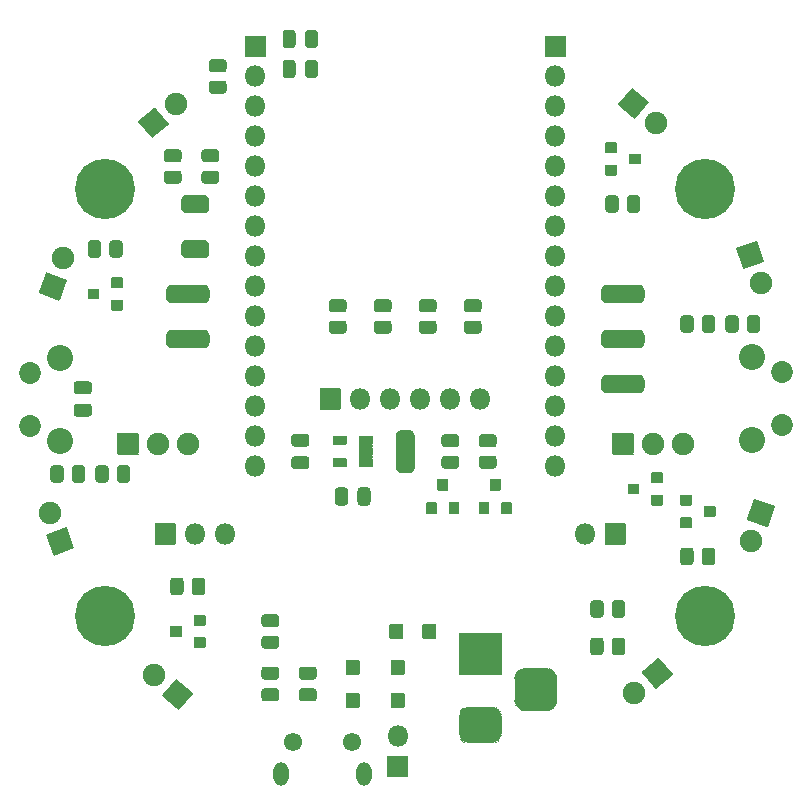
<source format=gbr>
G04 #@! TF.GenerationSoftware,KiCad,Pcbnew,(5.1.9-0-10_14)*
G04 #@! TF.CreationDate,2021-06-02T14:27:10-05:00*
G04 #@! TF.ProjectId,kbxIrBlaster,6b627849-7242-46c6-9173-7465722e6b69,rev?*
G04 #@! TF.SameCoordinates,Original*
G04 #@! TF.FileFunction,Soldermask,Bot*
G04 #@! TF.FilePolarity,Negative*
%FSLAX46Y46*%
G04 Gerber Fmt 4.6, Leading zero omitted, Abs format (unit mm)*
G04 Created by KiCad (PCBNEW (5.1.9-0-10_14)) date 2021-06-02 14:27:10*
%MOMM*%
%LPD*%
G01*
G04 APERTURE LIST*
%ADD10C,0.100000*%
%ADD11O,1.802000X1.802000*%
%ADD12C,0.902000*%
%ADD13C,5.102000*%
%ADD14C,2.202000*%
%ADD15C,1.852000*%
%ADD16O,1.302000X2.002000*%
%ADD17C,1.552000*%
%ADD18C,1.902000*%
G04 APERTURE END LIST*
G36*
G01*
X169821000Y-97220000D02*
X169821000Y-98020000D01*
G75*
G02*
X169770000Y-98071000I-51000J0D01*
G01*
X168870000Y-98071000D01*
G75*
G02*
X168819000Y-98020000I0J51000D01*
G01*
X168819000Y-97220000D01*
G75*
G02*
X168870000Y-97169000I51000J0D01*
G01*
X169770000Y-97169000D01*
G75*
G02*
X169821000Y-97220000I0J-51000D01*
G01*
G37*
G36*
G01*
X171821000Y-98170000D02*
X171821000Y-98970000D01*
G75*
G02*
X171770000Y-99021000I-51000J0D01*
G01*
X170870000Y-99021000D01*
G75*
G02*
X170819000Y-98970000I0J51000D01*
G01*
X170819000Y-98170000D01*
G75*
G02*
X170870000Y-98119000I51000J0D01*
G01*
X171770000Y-98119000D01*
G75*
G02*
X171821000Y-98170000I0J-51000D01*
G01*
G37*
G36*
G01*
X171821000Y-96270000D02*
X171821000Y-97070000D01*
G75*
G02*
X171770000Y-97121000I-51000J0D01*
G01*
X170870000Y-97121000D01*
G75*
G02*
X170819000Y-97070000I0J51000D01*
G01*
X170819000Y-96270000D01*
G75*
G02*
X170870000Y-96219000I51000J0D01*
G01*
X171770000Y-96219000D01*
G75*
G02*
X171821000Y-96270000I0J-51000D01*
G01*
G37*
G36*
G01*
X167864000Y-89480000D02*
X167864000Y-87980000D01*
G75*
G02*
X167915000Y-87929000I51000J0D01*
G01*
X168915000Y-87929000D01*
G75*
G02*
X168966000Y-87980000I0J-51000D01*
G01*
X168966000Y-89480000D01*
G75*
G02*
X168915000Y-89531000I-51000J0D01*
G01*
X167915000Y-89531000D01*
G75*
G02*
X167864000Y-89480000I0J51000D01*
G01*
G37*
D10*
G36*
X169721112Y-87929602D02*
G01*
X169739534Y-87929602D01*
X169744533Y-87929848D01*
X169793364Y-87934658D01*
X169798314Y-87935392D01*
X169846439Y-87944964D01*
X169851295Y-87946180D01*
X169898250Y-87960424D01*
X169902961Y-87962110D01*
X169948294Y-87980887D01*
X169952820Y-87983027D01*
X169996093Y-88006158D01*
X170000384Y-88008731D01*
X170041183Y-88035991D01*
X170045204Y-88038973D01*
X170083133Y-88070101D01*
X170086841Y-88073462D01*
X170121538Y-88108159D01*
X170124899Y-88111867D01*
X170156027Y-88149796D01*
X170159009Y-88153817D01*
X170186269Y-88194616D01*
X170188842Y-88198907D01*
X170211973Y-88242180D01*
X170214113Y-88246706D01*
X170232890Y-88292039D01*
X170234576Y-88296750D01*
X170248820Y-88343705D01*
X170250036Y-88348561D01*
X170259608Y-88396686D01*
X170260342Y-88401636D01*
X170265152Y-88450467D01*
X170265398Y-88455466D01*
X170265398Y-88473888D01*
X170266000Y-88480000D01*
X170266000Y-88980000D01*
X170265398Y-88986112D01*
X170265398Y-89004534D01*
X170265152Y-89009533D01*
X170260342Y-89058364D01*
X170259608Y-89063314D01*
X170250036Y-89111439D01*
X170248820Y-89116295D01*
X170234576Y-89163250D01*
X170232890Y-89167961D01*
X170214113Y-89213294D01*
X170211973Y-89217820D01*
X170188842Y-89261093D01*
X170186269Y-89265384D01*
X170159009Y-89306183D01*
X170156027Y-89310204D01*
X170124899Y-89348133D01*
X170121538Y-89351841D01*
X170086841Y-89386538D01*
X170083133Y-89389899D01*
X170045204Y-89421027D01*
X170041183Y-89424009D01*
X170000384Y-89451269D01*
X169996093Y-89453842D01*
X169952820Y-89476973D01*
X169948294Y-89479113D01*
X169902961Y-89497890D01*
X169898250Y-89499576D01*
X169851295Y-89513820D01*
X169846439Y-89515036D01*
X169798314Y-89524608D01*
X169793364Y-89525342D01*
X169744533Y-89530152D01*
X169739534Y-89530398D01*
X169721112Y-89530398D01*
X169715000Y-89531000D01*
X169165000Y-89531000D01*
X169155050Y-89530020D01*
X169145483Y-89527118D01*
X169136666Y-89522405D01*
X169128938Y-89516062D01*
X169122595Y-89508334D01*
X169117882Y-89499517D01*
X169114980Y-89489950D01*
X169114000Y-89480000D01*
X169114000Y-87980000D01*
X169114980Y-87970050D01*
X169117882Y-87960483D01*
X169122595Y-87951666D01*
X169128938Y-87943938D01*
X169136666Y-87937595D01*
X169145483Y-87932882D01*
X169155050Y-87929980D01*
X169165000Y-87929000D01*
X169715000Y-87929000D01*
X169721112Y-87929602D01*
G37*
G36*
X167674950Y-87929980D02*
G01*
X167684517Y-87932882D01*
X167693334Y-87937595D01*
X167701062Y-87943938D01*
X167707405Y-87951666D01*
X167712118Y-87960483D01*
X167715020Y-87970050D01*
X167716000Y-87980000D01*
X167716000Y-89480000D01*
X167715020Y-89489950D01*
X167712118Y-89499517D01*
X167707405Y-89508334D01*
X167701062Y-89516062D01*
X167693334Y-89522405D01*
X167684517Y-89527118D01*
X167674950Y-89530020D01*
X167665000Y-89531000D01*
X167115000Y-89531000D01*
X167108888Y-89530398D01*
X167090466Y-89530398D01*
X167085467Y-89530152D01*
X167036636Y-89525342D01*
X167031686Y-89524608D01*
X166983561Y-89515036D01*
X166978705Y-89513820D01*
X166931750Y-89499576D01*
X166927039Y-89497890D01*
X166881706Y-89479113D01*
X166877180Y-89476973D01*
X166833907Y-89453842D01*
X166829616Y-89451269D01*
X166788817Y-89424009D01*
X166784796Y-89421027D01*
X166746867Y-89389899D01*
X166743159Y-89386538D01*
X166708462Y-89351841D01*
X166705101Y-89348133D01*
X166673973Y-89310204D01*
X166670991Y-89306183D01*
X166643731Y-89265384D01*
X166641158Y-89261093D01*
X166618027Y-89217820D01*
X166615887Y-89213294D01*
X166597110Y-89167961D01*
X166595424Y-89163250D01*
X166581180Y-89116295D01*
X166579964Y-89111439D01*
X166570392Y-89063314D01*
X166569658Y-89058364D01*
X166564848Y-89009533D01*
X166564602Y-89004534D01*
X166564602Y-88986112D01*
X166564000Y-88980000D01*
X166564000Y-88480000D01*
X166564602Y-88473888D01*
X166564602Y-88455466D01*
X166564848Y-88450467D01*
X166569658Y-88401636D01*
X166570392Y-88396686D01*
X166579964Y-88348561D01*
X166581180Y-88343705D01*
X166595424Y-88296750D01*
X166597110Y-88292039D01*
X166615887Y-88246706D01*
X166618027Y-88242180D01*
X166641158Y-88198907D01*
X166643731Y-88194616D01*
X166670991Y-88153817D01*
X166673973Y-88149796D01*
X166705101Y-88111867D01*
X166708462Y-88108159D01*
X166743159Y-88073462D01*
X166746867Y-88070101D01*
X166784796Y-88038973D01*
X166788817Y-88035991D01*
X166829616Y-88008731D01*
X166833907Y-88006158D01*
X166877180Y-87983027D01*
X166881706Y-87980887D01*
X166927039Y-87962110D01*
X166931750Y-87960424D01*
X166978705Y-87946180D01*
X166983561Y-87944964D01*
X167031686Y-87935392D01*
X167036636Y-87934658D01*
X167085467Y-87929848D01*
X167090466Y-87929602D01*
X167108888Y-87929602D01*
X167115000Y-87929000D01*
X167665000Y-87929000D01*
X167674950Y-87929980D01*
G37*
D11*
X165240000Y-101430000D03*
G36*
G01*
X166930000Y-100529000D02*
X168630000Y-100529000D01*
G75*
G02*
X168681000Y-100580000I0J-51000D01*
G01*
X168681000Y-102280000D01*
G75*
G02*
X168630000Y-102331000I-51000J0D01*
G01*
X166930000Y-102331000D01*
G75*
G02*
X166879000Y-102280000I0J51000D01*
G01*
X166879000Y-100580000D01*
G75*
G02*
X166930000Y-100529000I51000J0D01*
G01*
G37*
G36*
G01*
X176241000Y-83173875D02*
X176241000Y-84126125D01*
G75*
G02*
X175966125Y-84401000I-274875J0D01*
G01*
X175388875Y-84401000D01*
G75*
G02*
X175114000Y-84126125I0J274875D01*
G01*
X175114000Y-83173875D01*
G75*
G02*
X175388875Y-82899000I274875J0D01*
G01*
X175966125Y-82899000D01*
G75*
G02*
X176241000Y-83173875I0J-274875D01*
G01*
G37*
G36*
G01*
X174416000Y-83173875D02*
X174416000Y-84126125D01*
G75*
G02*
X174141125Y-84401000I-274875J0D01*
G01*
X173563875Y-84401000D01*
G75*
G02*
X173289000Y-84126125I0J274875D01*
G01*
X173289000Y-83173875D01*
G75*
G02*
X173563875Y-82899000I274875J0D01*
G01*
X174141125Y-82899000D01*
G75*
G02*
X174416000Y-83173875I0J-274875D01*
G01*
G37*
G36*
G01*
X167494000Y-108256125D02*
X167494000Y-107303875D01*
G75*
G02*
X167768875Y-107029000I274875J0D01*
G01*
X168346125Y-107029000D01*
G75*
G02*
X168621000Y-107303875I0J-274875D01*
G01*
X168621000Y-108256125D01*
G75*
G02*
X168346125Y-108531000I-274875J0D01*
G01*
X167768875Y-108531000D01*
G75*
G02*
X167494000Y-108256125I0J274875D01*
G01*
G37*
G36*
G01*
X165669000Y-108256125D02*
X165669000Y-107303875D01*
G75*
G02*
X165943875Y-107029000I274875J0D01*
G01*
X166521125Y-107029000D01*
G75*
G02*
X166796000Y-107303875I0J-274875D01*
G01*
X166796000Y-108256125D01*
G75*
G02*
X166521125Y-108531000I-274875J0D01*
G01*
X165943875Y-108531000D01*
G75*
G02*
X165669000Y-108256125I0J274875D01*
G01*
G37*
G36*
G01*
X125584000Y-96826125D02*
X125584000Y-95873875D01*
G75*
G02*
X125858875Y-95599000I274875J0D01*
G01*
X126436125Y-95599000D01*
G75*
G02*
X126711000Y-95873875I0J-274875D01*
G01*
X126711000Y-96826125D01*
G75*
G02*
X126436125Y-97101000I-274875J0D01*
G01*
X125858875Y-97101000D01*
G75*
G02*
X125584000Y-96826125I0J274875D01*
G01*
G37*
G36*
G01*
X123759000Y-96826125D02*
X123759000Y-95873875D01*
G75*
G02*
X124033875Y-95599000I274875J0D01*
G01*
X124611125Y-95599000D01*
G75*
G02*
X124886000Y-95873875I0J-274875D01*
G01*
X124886000Y-96826125D01*
G75*
G02*
X124611125Y-97101000I-274875J0D01*
G01*
X124033875Y-97101000D01*
G75*
G02*
X123759000Y-96826125I0J274875D01*
G01*
G37*
G36*
G01*
X133966125Y-69966000D02*
X133013875Y-69966000D01*
G75*
G02*
X132739000Y-69691125I0J274875D01*
G01*
X132739000Y-69113875D01*
G75*
G02*
X133013875Y-68839000I274875J0D01*
G01*
X133966125Y-68839000D01*
G75*
G02*
X134241000Y-69113875I0J-274875D01*
G01*
X134241000Y-69691125D01*
G75*
G02*
X133966125Y-69966000I-274875J0D01*
G01*
G37*
G36*
G01*
X133966125Y-71791000D02*
X133013875Y-71791000D01*
G75*
G02*
X132739000Y-71516125I0J274875D01*
G01*
X132739000Y-70938875D01*
G75*
G02*
X133013875Y-70664000I274875J0D01*
G01*
X133966125Y-70664000D01*
G75*
G02*
X134241000Y-70938875I0J-274875D01*
G01*
X134241000Y-71516125D01*
G75*
G02*
X133966125Y-71791000I-274875J0D01*
G01*
G37*
D12*
X176725825Y-107089175D03*
X175400000Y-106540000D03*
X174074175Y-107089175D03*
X173525000Y-108415000D03*
X174074175Y-109740825D03*
X175400000Y-110290000D03*
X176725825Y-109740825D03*
X177275000Y-108415000D03*
D13*
X175400000Y-108415000D03*
D11*
X156350000Y-90000000D03*
X153810000Y-90000000D03*
X151270000Y-90000000D03*
X148730000Y-90000000D03*
X146190000Y-90000000D03*
G36*
G01*
X144500000Y-90901000D02*
X142800000Y-90901000D01*
G75*
G02*
X142749000Y-90850000I0J51000D01*
G01*
X142749000Y-89150000D01*
G75*
G02*
X142800000Y-89099000I51000J0D01*
G01*
X144500000Y-89099000D01*
G75*
G02*
X144551000Y-89150000I0J-51000D01*
G01*
X144551000Y-90850000D01*
G75*
G02*
X144500000Y-90901000I-51000J0D01*
G01*
G37*
X137300000Y-95715000D03*
X137300000Y-93175000D03*
X137300000Y-90635000D03*
X137300000Y-88095000D03*
X137300000Y-85555000D03*
X137300000Y-83015000D03*
X137300000Y-80475000D03*
X137300000Y-77935000D03*
X137300000Y-75395000D03*
X137300000Y-72855000D03*
X137300000Y-70315000D03*
X137300000Y-67775000D03*
X137300000Y-65235000D03*
X137300000Y-62695000D03*
G36*
G01*
X136399000Y-61005000D02*
X136399000Y-59305000D01*
G75*
G02*
X136450000Y-59254000I51000J0D01*
G01*
X138150000Y-59254000D01*
G75*
G02*
X138201000Y-59305000I0J-51000D01*
G01*
X138201000Y-61005000D01*
G75*
G02*
X138150000Y-61056000I-51000J0D01*
G01*
X136450000Y-61056000D01*
G75*
G02*
X136399000Y-61005000I0J51000D01*
G01*
G37*
X162700000Y-95715000D03*
X162700000Y-93175000D03*
X162700000Y-90635000D03*
X162700000Y-88095000D03*
X162700000Y-85555000D03*
X162700000Y-83015000D03*
X162700000Y-80475000D03*
X162700000Y-77935000D03*
X162700000Y-75395000D03*
X162700000Y-72855000D03*
X162700000Y-70315000D03*
X162700000Y-67775000D03*
X162700000Y-65235000D03*
X162700000Y-62695000D03*
G36*
G01*
X161799000Y-61005000D02*
X161799000Y-59305000D01*
G75*
G02*
X161850000Y-59254000I51000J0D01*
G01*
X163550000Y-59254000D01*
G75*
G02*
X163601000Y-59305000I0J-51000D01*
G01*
X163601000Y-61005000D01*
G75*
G02*
X163550000Y-61056000I-51000J0D01*
G01*
X161850000Y-61056000D01*
G75*
G02*
X161799000Y-61005000I0J51000D01*
G01*
G37*
G36*
G01*
X145005000Y-114929000D02*
X146105000Y-114929000D01*
G75*
G02*
X146156000Y-114980000I0J-51000D01*
G01*
X146156000Y-116080000D01*
G75*
G02*
X146105000Y-116131000I-51000J0D01*
G01*
X145005000Y-116131000D01*
G75*
G02*
X144954000Y-116080000I0J51000D01*
G01*
X144954000Y-114980000D01*
G75*
G02*
X145005000Y-114929000I51000J0D01*
G01*
G37*
G36*
G01*
X145005000Y-112129000D02*
X146105000Y-112129000D01*
G75*
G02*
X146156000Y-112180000I0J-51000D01*
G01*
X146156000Y-113280000D01*
G75*
G02*
X146105000Y-113331000I-51000J0D01*
G01*
X145005000Y-113331000D01*
G75*
G02*
X144954000Y-113280000I0J51000D01*
G01*
X144954000Y-112180000D01*
G75*
G02*
X145005000Y-112129000I51000J0D01*
G01*
G37*
G36*
G01*
X161950500Y-116391000D02*
X160149500Y-116391000D01*
G75*
G02*
X159249000Y-115490500I0J900500D01*
G01*
X159249000Y-113689500D01*
G75*
G02*
X160149500Y-112789000I900500J0D01*
G01*
X161950500Y-112789000D01*
G75*
G02*
X162851000Y-113689500I0J-900500D01*
G01*
X162851000Y-115490500D01*
G75*
G02*
X161950500Y-116391000I-900500J0D01*
G01*
G37*
G36*
G01*
X157375500Y-119141000D02*
X155324500Y-119141000D01*
G75*
G02*
X154549000Y-118365500I0J775500D01*
G01*
X154549000Y-116814500D01*
G75*
G02*
X155324500Y-116039000I775500J0D01*
G01*
X157375500Y-116039000D01*
G75*
G02*
X158151000Y-116814500I0J-775500D01*
G01*
X158151000Y-118365500D01*
G75*
G02*
X157375500Y-119141000I-775500J0D01*
G01*
G37*
G36*
G01*
X158100000Y-113391000D02*
X154600000Y-113391000D01*
G75*
G02*
X154549000Y-113340000I0J51000D01*
G01*
X154549000Y-109840000D01*
G75*
G02*
X154600000Y-109789000I51000J0D01*
G01*
X158100000Y-109789000D01*
G75*
G02*
X158151000Y-109840000I0J-51000D01*
G01*
X158151000Y-113340000D01*
G75*
G02*
X158100000Y-113391000I-51000J0D01*
G01*
G37*
G36*
G01*
X151434000Y-110235000D02*
X151434000Y-109135000D01*
G75*
G02*
X151485000Y-109084000I51000J0D01*
G01*
X152585000Y-109084000D01*
G75*
G02*
X152636000Y-109135000I0J-51000D01*
G01*
X152636000Y-110235000D01*
G75*
G02*
X152585000Y-110286000I-51000J0D01*
G01*
X151485000Y-110286000D01*
G75*
G02*
X151434000Y-110235000I0J51000D01*
G01*
G37*
G36*
G01*
X148634000Y-110235000D02*
X148634000Y-109135000D01*
G75*
G02*
X148685000Y-109084000I51000J0D01*
G01*
X149785000Y-109084000D01*
G75*
G02*
X149836000Y-109135000I0J-51000D01*
G01*
X149836000Y-110235000D01*
G75*
G02*
X149785000Y-110286000I-51000J0D01*
G01*
X148685000Y-110286000D01*
G75*
G02*
X148634000Y-110235000I0J51000D01*
G01*
G37*
G36*
G01*
X148815000Y-114929000D02*
X149915000Y-114929000D01*
G75*
G02*
X149966000Y-114980000I0J-51000D01*
G01*
X149966000Y-116080000D01*
G75*
G02*
X149915000Y-116131000I-51000J0D01*
G01*
X148815000Y-116131000D01*
G75*
G02*
X148764000Y-116080000I0J51000D01*
G01*
X148764000Y-114980000D01*
G75*
G02*
X148815000Y-114929000I51000J0D01*
G01*
G37*
G36*
G01*
X148815000Y-112129000D02*
X149915000Y-112129000D01*
G75*
G02*
X149966000Y-112180000I0J-51000D01*
G01*
X149966000Y-113280000D01*
G75*
G02*
X149915000Y-113331000I-51000J0D01*
G01*
X148815000Y-113331000D01*
G75*
G02*
X148764000Y-113280000I0J51000D01*
G01*
X148764000Y-112180000D01*
G75*
G02*
X148815000Y-112129000I51000J0D01*
G01*
G37*
G36*
G01*
X145036000Y-93169999D02*
X145036000Y-93820001D01*
G75*
G02*
X144985001Y-93871000I-50999J0D01*
G01*
X143924999Y-93871000D01*
G75*
G02*
X143874000Y-93820001I0J50999D01*
G01*
X143874000Y-93169999D01*
G75*
G02*
X143924999Y-93119000I50999J0D01*
G01*
X144985001Y-93119000D01*
G75*
G02*
X145036000Y-93169999I0J-50999D01*
G01*
G37*
G36*
G01*
X145036000Y-95069999D02*
X145036000Y-95720001D01*
G75*
G02*
X144985001Y-95771000I-50999J0D01*
G01*
X143924999Y-95771000D01*
G75*
G02*
X143874000Y-95720001I0J50999D01*
G01*
X143874000Y-95069999D01*
G75*
G02*
X143924999Y-95019000I50999J0D01*
G01*
X144985001Y-95019000D01*
G75*
G02*
X145036000Y-95069999I0J-50999D01*
G01*
G37*
G36*
G01*
X147236000Y-95069999D02*
X147236000Y-95720001D01*
G75*
G02*
X147185001Y-95771000I-50999J0D01*
G01*
X146124999Y-95771000D01*
G75*
G02*
X146074000Y-95720001I0J50999D01*
G01*
X146074000Y-95069999D01*
G75*
G02*
X146124999Y-95019000I50999J0D01*
G01*
X147185001Y-95019000D01*
G75*
G02*
X147236000Y-95069999I0J-50999D01*
G01*
G37*
G36*
G01*
X147236000Y-94119999D02*
X147236000Y-94770001D01*
G75*
G02*
X147185001Y-94821000I-50999J0D01*
G01*
X146124999Y-94821000D01*
G75*
G02*
X146074000Y-94770001I0J50999D01*
G01*
X146074000Y-94119999D01*
G75*
G02*
X146124999Y-94069000I50999J0D01*
G01*
X147185001Y-94069000D01*
G75*
G02*
X147236000Y-94119999I0J-50999D01*
G01*
G37*
G36*
G01*
X147236000Y-93169999D02*
X147236000Y-93820001D01*
G75*
G02*
X147185001Y-93871000I-50999J0D01*
G01*
X146124999Y-93871000D01*
G75*
G02*
X146074000Y-93820001I0J50999D01*
G01*
X146074000Y-93169999D01*
G75*
G02*
X146124999Y-93119000I50999J0D01*
G01*
X147185001Y-93119000D01*
G75*
G02*
X147236000Y-93169999I0J-50999D01*
G01*
G37*
D14*
X179387000Y-86464000D03*
D15*
X181877000Y-87714000D03*
X181877000Y-92214000D03*
D14*
X179387000Y-93474000D03*
X120740000Y-93536000D03*
D15*
X118250000Y-92286000D03*
X118250000Y-87786000D03*
D14*
X120740000Y-86526000D03*
G36*
G01*
X139046125Y-113781000D02*
X138093875Y-113781000D01*
G75*
G02*
X137819000Y-113506125I0J274875D01*
G01*
X137819000Y-112928875D01*
G75*
G02*
X138093875Y-112654000I274875J0D01*
G01*
X139046125Y-112654000D01*
G75*
G02*
X139321000Y-112928875I0J-274875D01*
G01*
X139321000Y-113506125D01*
G75*
G02*
X139046125Y-113781000I-274875J0D01*
G01*
G37*
G36*
G01*
X139046125Y-115606000D02*
X138093875Y-115606000D01*
G75*
G02*
X137819000Y-115331125I0J274875D01*
G01*
X137819000Y-114753875D01*
G75*
G02*
X138093875Y-114479000I274875J0D01*
G01*
X139046125Y-114479000D01*
G75*
G02*
X139321000Y-114753875I0J-274875D01*
G01*
X139321000Y-115331125D01*
G75*
G02*
X139046125Y-115606000I-274875J0D01*
G01*
G37*
G36*
G01*
X138093875Y-110034000D02*
X139046125Y-110034000D01*
G75*
G02*
X139321000Y-110308875I0J-274875D01*
G01*
X139321000Y-110886125D01*
G75*
G02*
X139046125Y-111161000I-274875J0D01*
G01*
X138093875Y-111161000D01*
G75*
G02*
X137819000Y-110886125I0J274875D01*
G01*
X137819000Y-110308875D01*
G75*
G02*
X138093875Y-110034000I274875J0D01*
G01*
G37*
G36*
G01*
X138093875Y-108209000D02*
X139046125Y-108209000D01*
G75*
G02*
X139321000Y-108483875I0J-274875D01*
G01*
X139321000Y-109061125D01*
G75*
G02*
X139046125Y-109336000I-274875J0D01*
G01*
X138093875Y-109336000D01*
G75*
G02*
X137819000Y-109061125I0J274875D01*
G01*
X137819000Y-108483875D01*
G75*
G02*
X138093875Y-108209000I274875J0D01*
G01*
G37*
G36*
G01*
X157461125Y-94096000D02*
X156508875Y-94096000D01*
G75*
G02*
X156234000Y-93821125I0J274875D01*
G01*
X156234000Y-93243875D01*
G75*
G02*
X156508875Y-92969000I274875J0D01*
G01*
X157461125Y-92969000D01*
G75*
G02*
X157736000Y-93243875I0J-274875D01*
G01*
X157736000Y-93821125D01*
G75*
G02*
X157461125Y-94096000I-274875J0D01*
G01*
G37*
G36*
G01*
X157461125Y-95921000D02*
X156508875Y-95921000D01*
G75*
G02*
X156234000Y-95646125I0J274875D01*
G01*
X156234000Y-95068875D01*
G75*
G02*
X156508875Y-94794000I274875J0D01*
G01*
X157461125Y-94794000D01*
G75*
G02*
X157736000Y-95068875I0J-274875D01*
G01*
X157736000Y-95646125D01*
G75*
G02*
X157461125Y-95921000I-274875J0D01*
G01*
G37*
G36*
G01*
X141268875Y-114479000D02*
X142221125Y-114479000D01*
G75*
G02*
X142496000Y-114753875I0J-274875D01*
G01*
X142496000Y-115331125D01*
G75*
G02*
X142221125Y-115606000I-274875J0D01*
G01*
X141268875Y-115606000D01*
G75*
G02*
X140994000Y-115331125I0J274875D01*
G01*
X140994000Y-114753875D01*
G75*
G02*
X141268875Y-114479000I274875J0D01*
G01*
G37*
G36*
G01*
X141268875Y-112654000D02*
X142221125Y-112654000D01*
G75*
G02*
X142496000Y-112928875I0J-274875D01*
G01*
X142496000Y-113506125D01*
G75*
G02*
X142221125Y-113781000I-274875J0D01*
G01*
X141268875Y-113781000D01*
G75*
G02*
X140994000Y-113506125I0J274875D01*
G01*
X140994000Y-112928875D01*
G75*
G02*
X141268875Y-112654000I274875J0D01*
G01*
G37*
G36*
G01*
X134601125Y-64171000D02*
X133648875Y-64171000D01*
G75*
G02*
X133374000Y-63896125I0J274875D01*
G01*
X133374000Y-63318875D01*
G75*
G02*
X133648875Y-63044000I274875J0D01*
G01*
X134601125Y-63044000D01*
G75*
G02*
X134876000Y-63318875I0J-274875D01*
G01*
X134876000Y-63896125D01*
G75*
G02*
X134601125Y-64171000I-274875J0D01*
G01*
G37*
G36*
G01*
X134601125Y-62346000D02*
X133648875Y-62346000D01*
G75*
G02*
X133374000Y-62071125I0J274875D01*
G01*
X133374000Y-61493875D01*
G75*
G02*
X133648875Y-61219000I274875J0D01*
G01*
X134601125Y-61219000D01*
G75*
G02*
X134876000Y-61493875I0J-274875D01*
G01*
X134876000Y-62071125D01*
G75*
G02*
X134601125Y-62346000I-274875J0D01*
G01*
G37*
G36*
G01*
X154286125Y-94096000D02*
X153333875Y-94096000D01*
G75*
G02*
X153059000Y-93821125I0J274875D01*
G01*
X153059000Y-93243875D01*
G75*
G02*
X153333875Y-92969000I274875J0D01*
G01*
X154286125Y-92969000D01*
G75*
G02*
X154561000Y-93243875I0J-274875D01*
G01*
X154561000Y-93821125D01*
G75*
G02*
X154286125Y-94096000I-274875J0D01*
G01*
G37*
G36*
G01*
X154286125Y-95921000D02*
X153333875Y-95921000D01*
G75*
G02*
X153059000Y-95646125I0J274875D01*
G01*
X153059000Y-95068875D01*
G75*
G02*
X153333875Y-94794000I274875J0D01*
G01*
X154286125Y-94794000D01*
G75*
G02*
X154561000Y-95068875I0J-274875D01*
G01*
X154561000Y-95646125D01*
G75*
G02*
X154286125Y-95921000I-274875J0D01*
G01*
G37*
G36*
G01*
X168764000Y-73966125D02*
X168764000Y-73013875D01*
G75*
G02*
X169038875Y-72739000I274875J0D01*
G01*
X169616125Y-72739000D01*
G75*
G02*
X169891000Y-73013875I0J-274875D01*
G01*
X169891000Y-73966125D01*
G75*
G02*
X169616125Y-74241000I-274875J0D01*
G01*
X169038875Y-74241000D01*
G75*
G02*
X168764000Y-73966125I0J274875D01*
G01*
G37*
G36*
G01*
X166939000Y-73966125D02*
X166939000Y-73013875D01*
G75*
G02*
X167213875Y-72739000I274875J0D01*
G01*
X167791125Y-72739000D01*
G75*
G02*
X168066000Y-73013875I0J-274875D01*
G01*
X168066000Y-73966125D01*
G75*
G02*
X167791125Y-74241000I-274875J0D01*
G01*
X167213875Y-74241000D01*
G75*
G02*
X166939000Y-73966125I0J274875D01*
G01*
G37*
G36*
G01*
X174416000Y-102858875D02*
X174416000Y-103811125D01*
G75*
G02*
X174141125Y-104086000I-274875J0D01*
G01*
X173563875Y-104086000D01*
G75*
G02*
X173289000Y-103811125I0J274875D01*
G01*
X173289000Y-102858875D01*
G75*
G02*
X173563875Y-102584000I274875J0D01*
G01*
X174141125Y-102584000D01*
G75*
G02*
X174416000Y-102858875I0J-274875D01*
G01*
G37*
G36*
G01*
X176241000Y-102858875D02*
X176241000Y-103811125D01*
G75*
G02*
X175966125Y-104086000I-274875J0D01*
G01*
X175388875Y-104086000D01*
G75*
G02*
X175114000Y-103811125I0J274875D01*
G01*
X175114000Y-102858875D01*
G75*
G02*
X175388875Y-102584000I274875J0D01*
G01*
X175966125Y-102584000D01*
G75*
G02*
X176241000Y-102858875I0J-274875D01*
G01*
G37*
G36*
G01*
X133061000Y-105398875D02*
X133061000Y-106351125D01*
G75*
G02*
X132786125Y-106626000I-274875J0D01*
G01*
X132208875Y-106626000D01*
G75*
G02*
X131934000Y-106351125I0J274875D01*
G01*
X131934000Y-105398875D01*
G75*
G02*
X132208875Y-105124000I274875J0D01*
G01*
X132786125Y-105124000D01*
G75*
G02*
X133061000Y-105398875I0J-274875D01*
G01*
G37*
G36*
G01*
X131236000Y-105398875D02*
X131236000Y-106351125D01*
G75*
G02*
X130961125Y-106626000I-274875J0D01*
G01*
X130383875Y-106626000D01*
G75*
G02*
X130109000Y-106351125I0J274875D01*
G01*
X130109000Y-105398875D01*
G75*
G02*
X130383875Y-105124000I274875J0D01*
G01*
X130961125Y-105124000D01*
G75*
G02*
X131236000Y-105398875I0J-274875D01*
G01*
G37*
G36*
G01*
X124251000Y-76823875D02*
X124251000Y-77776125D01*
G75*
G02*
X123976125Y-78051000I-274875J0D01*
G01*
X123398875Y-78051000D01*
G75*
G02*
X123124000Y-77776125I0J274875D01*
G01*
X123124000Y-76823875D01*
G75*
G02*
X123398875Y-76549000I274875J0D01*
G01*
X123976125Y-76549000D01*
G75*
G02*
X124251000Y-76823875I0J-274875D01*
G01*
G37*
G36*
G01*
X126076000Y-76823875D02*
X126076000Y-77776125D01*
G75*
G02*
X125801125Y-78051000I-274875J0D01*
G01*
X125223875Y-78051000D01*
G75*
G02*
X124949000Y-77776125I0J274875D01*
G01*
X124949000Y-76823875D01*
G75*
G02*
X125223875Y-76549000I274875J0D01*
G01*
X125801125Y-76549000D01*
G75*
G02*
X126076000Y-76823875I0J-274875D01*
G01*
G37*
G36*
G01*
X144761125Y-82666000D02*
X143808875Y-82666000D01*
G75*
G02*
X143534000Y-82391125I0J274875D01*
G01*
X143534000Y-81813875D01*
G75*
G02*
X143808875Y-81539000I274875J0D01*
G01*
X144761125Y-81539000D01*
G75*
G02*
X145036000Y-81813875I0J-274875D01*
G01*
X145036000Y-82391125D01*
G75*
G02*
X144761125Y-82666000I-274875J0D01*
G01*
G37*
G36*
G01*
X144761125Y-84491000D02*
X143808875Y-84491000D01*
G75*
G02*
X143534000Y-84216125I0J274875D01*
G01*
X143534000Y-83638875D01*
G75*
G02*
X143808875Y-83364000I274875J0D01*
G01*
X144761125Y-83364000D01*
G75*
G02*
X145036000Y-83638875I0J-274875D01*
G01*
X145036000Y-84216125D01*
G75*
G02*
X144761125Y-84491000I-274875J0D01*
G01*
G37*
G36*
G01*
X148571125Y-82666000D02*
X147618875Y-82666000D01*
G75*
G02*
X147344000Y-82391125I0J274875D01*
G01*
X147344000Y-81813875D01*
G75*
G02*
X147618875Y-81539000I274875J0D01*
G01*
X148571125Y-81539000D01*
G75*
G02*
X148846000Y-81813875I0J-274875D01*
G01*
X148846000Y-82391125D01*
G75*
G02*
X148571125Y-82666000I-274875J0D01*
G01*
G37*
G36*
G01*
X148571125Y-84491000D02*
X147618875Y-84491000D01*
G75*
G02*
X147344000Y-84216125I0J274875D01*
G01*
X147344000Y-83638875D01*
G75*
G02*
X147618875Y-83364000I274875J0D01*
G01*
X148571125Y-83364000D01*
G75*
G02*
X148846000Y-83638875I0J-274875D01*
G01*
X148846000Y-84216125D01*
G75*
G02*
X148571125Y-84491000I-274875J0D01*
G01*
G37*
G36*
G01*
X152381125Y-82666000D02*
X151428875Y-82666000D01*
G75*
G02*
X151154000Y-82391125I0J274875D01*
G01*
X151154000Y-81813875D01*
G75*
G02*
X151428875Y-81539000I274875J0D01*
G01*
X152381125Y-81539000D01*
G75*
G02*
X152656000Y-81813875I0J-274875D01*
G01*
X152656000Y-82391125D01*
G75*
G02*
X152381125Y-82666000I-274875J0D01*
G01*
G37*
G36*
G01*
X152381125Y-84491000D02*
X151428875Y-84491000D01*
G75*
G02*
X151154000Y-84216125I0J274875D01*
G01*
X151154000Y-83638875D01*
G75*
G02*
X151428875Y-83364000I274875J0D01*
G01*
X152381125Y-83364000D01*
G75*
G02*
X152656000Y-83638875I0J-274875D01*
G01*
X152656000Y-84216125D01*
G75*
G02*
X152381125Y-84491000I-274875J0D01*
G01*
G37*
G36*
G01*
X156191125Y-82666000D02*
X155238875Y-82666000D01*
G75*
G02*
X154964000Y-82391125I0J274875D01*
G01*
X154964000Y-81813875D01*
G75*
G02*
X155238875Y-81539000I274875J0D01*
G01*
X156191125Y-81539000D01*
G75*
G02*
X156466000Y-81813875I0J-274875D01*
G01*
X156466000Y-82391125D01*
G75*
G02*
X156191125Y-82666000I-274875J0D01*
G01*
G37*
G36*
G01*
X156191125Y-84491000D02*
X155238875Y-84491000D01*
G75*
G02*
X154964000Y-84216125I0J274875D01*
G01*
X154964000Y-83638875D01*
G75*
G02*
X155238875Y-83364000I274875J0D01*
G01*
X156191125Y-83364000D01*
G75*
G02*
X156466000Y-83638875I0J-274875D01*
G01*
X156466000Y-84216125D01*
G75*
G02*
X156191125Y-84491000I-274875J0D01*
G01*
G37*
G36*
G01*
X178924000Y-84126125D02*
X178924000Y-83173875D01*
G75*
G02*
X179198875Y-82899000I274875J0D01*
G01*
X179776125Y-82899000D01*
G75*
G02*
X180051000Y-83173875I0J-274875D01*
G01*
X180051000Y-84126125D01*
G75*
G02*
X179776125Y-84401000I-274875J0D01*
G01*
X179198875Y-84401000D01*
G75*
G02*
X178924000Y-84126125I0J274875D01*
G01*
G37*
G36*
G01*
X177099000Y-84126125D02*
X177099000Y-83173875D01*
G75*
G02*
X177373875Y-82899000I274875J0D01*
G01*
X177951125Y-82899000D01*
G75*
G02*
X178226000Y-83173875I0J-274875D01*
G01*
X178226000Y-84126125D01*
G75*
G02*
X177951125Y-84401000I-274875J0D01*
G01*
X177373875Y-84401000D01*
G75*
G02*
X177099000Y-84126125I0J274875D01*
G01*
G37*
G36*
G01*
X167494000Y-111431125D02*
X167494000Y-110478875D01*
G75*
G02*
X167768875Y-110204000I274875J0D01*
G01*
X168346125Y-110204000D01*
G75*
G02*
X168621000Y-110478875I0J-274875D01*
G01*
X168621000Y-111431125D01*
G75*
G02*
X168346125Y-111706000I-274875J0D01*
G01*
X167768875Y-111706000D01*
G75*
G02*
X167494000Y-111431125I0J274875D01*
G01*
G37*
G36*
G01*
X165669000Y-111431125D02*
X165669000Y-110478875D01*
G75*
G02*
X165943875Y-110204000I274875J0D01*
G01*
X166521125Y-110204000D01*
G75*
G02*
X166796000Y-110478875I0J-274875D01*
G01*
X166796000Y-111431125D01*
G75*
G02*
X166521125Y-111706000I-274875J0D01*
G01*
X165943875Y-111706000D01*
G75*
G02*
X165669000Y-111431125I0J274875D01*
G01*
G37*
G36*
G01*
X121076000Y-95873875D02*
X121076000Y-96826125D01*
G75*
G02*
X120801125Y-97101000I-274875J0D01*
G01*
X120223875Y-97101000D01*
G75*
G02*
X119949000Y-96826125I0J274875D01*
G01*
X119949000Y-95873875D01*
G75*
G02*
X120223875Y-95599000I274875J0D01*
G01*
X120801125Y-95599000D01*
G75*
G02*
X121076000Y-95873875I0J-274875D01*
G01*
G37*
G36*
G01*
X122901000Y-95873875D02*
X122901000Y-96826125D01*
G75*
G02*
X122626125Y-97101000I-274875J0D01*
G01*
X122048875Y-97101000D01*
G75*
G02*
X121774000Y-96826125I0J274875D01*
G01*
X121774000Y-95873875D01*
G75*
G02*
X122048875Y-95599000I274875J0D01*
G01*
X122626125Y-95599000D01*
G75*
G02*
X122901000Y-95873875I0J-274875D01*
G01*
G37*
G36*
G01*
X130791125Y-69966000D02*
X129838875Y-69966000D01*
G75*
G02*
X129564000Y-69691125I0J274875D01*
G01*
X129564000Y-69113875D01*
G75*
G02*
X129838875Y-68839000I274875J0D01*
G01*
X130791125Y-68839000D01*
G75*
G02*
X131066000Y-69113875I0J-274875D01*
G01*
X131066000Y-69691125D01*
G75*
G02*
X130791125Y-69966000I-274875J0D01*
G01*
G37*
G36*
G01*
X130791125Y-71791000D02*
X129838875Y-71791000D01*
G75*
G02*
X129564000Y-71516125I0J274875D01*
G01*
X129564000Y-70938875D01*
G75*
G02*
X129838875Y-70664000I274875J0D01*
G01*
X130791125Y-70664000D01*
G75*
G02*
X131066000Y-70938875I0J-274875D01*
G01*
X131066000Y-71516125D01*
G75*
G02*
X130791125Y-71791000I-274875J0D01*
G01*
G37*
G36*
G01*
X158020000Y-97756000D02*
X157220000Y-97756000D01*
G75*
G02*
X157169000Y-97705000I0J51000D01*
G01*
X157169000Y-96805000D01*
G75*
G02*
X157220000Y-96754000I51000J0D01*
G01*
X158020000Y-96754000D01*
G75*
G02*
X158071000Y-96805000I0J-51000D01*
G01*
X158071000Y-97705000D01*
G75*
G02*
X158020000Y-97756000I-51000J0D01*
G01*
G37*
G36*
G01*
X157070000Y-99756000D02*
X156270000Y-99756000D01*
G75*
G02*
X156219000Y-99705000I0J51000D01*
G01*
X156219000Y-98805000D01*
G75*
G02*
X156270000Y-98754000I51000J0D01*
G01*
X157070000Y-98754000D01*
G75*
G02*
X157121000Y-98805000I0J-51000D01*
G01*
X157121000Y-99705000D01*
G75*
G02*
X157070000Y-99756000I-51000J0D01*
G01*
G37*
G36*
G01*
X158970000Y-99756000D02*
X158170000Y-99756000D01*
G75*
G02*
X158119000Y-99705000I0J51000D01*
G01*
X158119000Y-98805000D01*
G75*
G02*
X158170000Y-98754000I51000J0D01*
G01*
X158970000Y-98754000D01*
G75*
G02*
X159021000Y-98805000I0J-51000D01*
G01*
X159021000Y-99705000D01*
G75*
G02*
X158970000Y-99756000I-51000J0D01*
G01*
G37*
G36*
G01*
X153575000Y-97756000D02*
X152775000Y-97756000D01*
G75*
G02*
X152724000Y-97705000I0J51000D01*
G01*
X152724000Y-96805000D01*
G75*
G02*
X152775000Y-96754000I51000J0D01*
G01*
X153575000Y-96754000D01*
G75*
G02*
X153626000Y-96805000I0J-51000D01*
G01*
X153626000Y-97705000D01*
G75*
G02*
X153575000Y-97756000I-51000J0D01*
G01*
G37*
G36*
G01*
X152625000Y-99756000D02*
X151825000Y-99756000D01*
G75*
G02*
X151774000Y-99705000I0J51000D01*
G01*
X151774000Y-98805000D01*
G75*
G02*
X151825000Y-98754000I51000J0D01*
G01*
X152625000Y-98754000D01*
G75*
G02*
X152676000Y-98805000I0J-51000D01*
G01*
X152676000Y-99705000D01*
G75*
G02*
X152625000Y-99756000I-51000J0D01*
G01*
G37*
G36*
G01*
X154525000Y-99756000D02*
X153725000Y-99756000D01*
G75*
G02*
X153674000Y-99705000I0J51000D01*
G01*
X153674000Y-98805000D01*
G75*
G02*
X153725000Y-98754000I51000J0D01*
G01*
X154525000Y-98754000D01*
G75*
G02*
X154576000Y-98805000I0J-51000D01*
G01*
X154576000Y-99705000D01*
G75*
G02*
X154525000Y-99756000I-51000J0D01*
G01*
G37*
G36*
G01*
X150750000Y-94996000D02*
X149250000Y-94996000D01*
G75*
G02*
X149199000Y-94945000I0J51000D01*
G01*
X149199000Y-93945000D01*
G75*
G02*
X149250000Y-93894000I51000J0D01*
G01*
X150750000Y-93894000D01*
G75*
G02*
X150801000Y-93945000I0J-51000D01*
G01*
X150801000Y-94945000D01*
G75*
G02*
X150750000Y-94996000I-51000J0D01*
G01*
G37*
D10*
G36*
X149199602Y-93138888D02*
G01*
X149199602Y-93120466D01*
X149199848Y-93115467D01*
X149204658Y-93066636D01*
X149205392Y-93061686D01*
X149214964Y-93013561D01*
X149216180Y-93008705D01*
X149230424Y-92961750D01*
X149232110Y-92957039D01*
X149250887Y-92911706D01*
X149253027Y-92907180D01*
X149276158Y-92863907D01*
X149278731Y-92859616D01*
X149305991Y-92818817D01*
X149308973Y-92814796D01*
X149340101Y-92776867D01*
X149343462Y-92773159D01*
X149378159Y-92738462D01*
X149381867Y-92735101D01*
X149419796Y-92703973D01*
X149423817Y-92700991D01*
X149464616Y-92673731D01*
X149468907Y-92671158D01*
X149512180Y-92648027D01*
X149516706Y-92645887D01*
X149562039Y-92627110D01*
X149566750Y-92625424D01*
X149613705Y-92611180D01*
X149618561Y-92609964D01*
X149666686Y-92600392D01*
X149671636Y-92599658D01*
X149720467Y-92594848D01*
X149725466Y-92594602D01*
X149743888Y-92594602D01*
X149750000Y-92594000D01*
X150250000Y-92594000D01*
X150256112Y-92594602D01*
X150274534Y-92594602D01*
X150279533Y-92594848D01*
X150328364Y-92599658D01*
X150333314Y-92600392D01*
X150381439Y-92609964D01*
X150386295Y-92611180D01*
X150433250Y-92625424D01*
X150437961Y-92627110D01*
X150483294Y-92645887D01*
X150487820Y-92648027D01*
X150531093Y-92671158D01*
X150535384Y-92673731D01*
X150576183Y-92700991D01*
X150580204Y-92703973D01*
X150618133Y-92735101D01*
X150621841Y-92738462D01*
X150656538Y-92773159D01*
X150659899Y-92776867D01*
X150691027Y-92814796D01*
X150694009Y-92818817D01*
X150721269Y-92859616D01*
X150723842Y-92863907D01*
X150746973Y-92907180D01*
X150749113Y-92911706D01*
X150767890Y-92957039D01*
X150769576Y-92961750D01*
X150783820Y-93008705D01*
X150785036Y-93013561D01*
X150794608Y-93061686D01*
X150795342Y-93066636D01*
X150800152Y-93115467D01*
X150800398Y-93120466D01*
X150800398Y-93138888D01*
X150801000Y-93145000D01*
X150801000Y-93695000D01*
X150800020Y-93704950D01*
X150797118Y-93714517D01*
X150792405Y-93723334D01*
X150786062Y-93731062D01*
X150778334Y-93737405D01*
X150769517Y-93742118D01*
X150759950Y-93745020D01*
X150750000Y-93746000D01*
X149250000Y-93746000D01*
X149240050Y-93745020D01*
X149230483Y-93742118D01*
X149221666Y-93737405D01*
X149213938Y-93731062D01*
X149207595Y-93723334D01*
X149202882Y-93714517D01*
X149199980Y-93704950D01*
X149199000Y-93695000D01*
X149199000Y-93145000D01*
X149199602Y-93138888D01*
G37*
G36*
X149199980Y-95185050D02*
G01*
X149202882Y-95175483D01*
X149207595Y-95166666D01*
X149213938Y-95158938D01*
X149221666Y-95152595D01*
X149230483Y-95147882D01*
X149240050Y-95144980D01*
X149250000Y-95144000D01*
X150750000Y-95144000D01*
X150759950Y-95144980D01*
X150769517Y-95147882D01*
X150778334Y-95152595D01*
X150786062Y-95158938D01*
X150792405Y-95166666D01*
X150797118Y-95175483D01*
X150800020Y-95185050D01*
X150801000Y-95195000D01*
X150801000Y-95745000D01*
X150800398Y-95751112D01*
X150800398Y-95769534D01*
X150800152Y-95774533D01*
X150795342Y-95823364D01*
X150794608Y-95828314D01*
X150785036Y-95876439D01*
X150783820Y-95881295D01*
X150769576Y-95928250D01*
X150767890Y-95932961D01*
X150749113Y-95978294D01*
X150746973Y-95982820D01*
X150723842Y-96026093D01*
X150721269Y-96030384D01*
X150694009Y-96071183D01*
X150691027Y-96075204D01*
X150659899Y-96113133D01*
X150656538Y-96116841D01*
X150621841Y-96151538D01*
X150618133Y-96154899D01*
X150580204Y-96186027D01*
X150576183Y-96189009D01*
X150535384Y-96216269D01*
X150531093Y-96218842D01*
X150487820Y-96241973D01*
X150483294Y-96244113D01*
X150437961Y-96262890D01*
X150433250Y-96264576D01*
X150386295Y-96278820D01*
X150381439Y-96280036D01*
X150333314Y-96289608D01*
X150328364Y-96290342D01*
X150279533Y-96295152D01*
X150274534Y-96295398D01*
X150256112Y-96295398D01*
X150250000Y-96296000D01*
X149750000Y-96296000D01*
X149743888Y-96295398D01*
X149725466Y-96295398D01*
X149720467Y-96295152D01*
X149671636Y-96290342D01*
X149666686Y-96289608D01*
X149618561Y-96280036D01*
X149613705Y-96278820D01*
X149566750Y-96264576D01*
X149562039Y-96262890D01*
X149516706Y-96244113D01*
X149512180Y-96241973D01*
X149468907Y-96218842D01*
X149464616Y-96216269D01*
X149423817Y-96189009D01*
X149419796Y-96186027D01*
X149381867Y-96154899D01*
X149378159Y-96151538D01*
X149343462Y-96116841D01*
X149340101Y-96113133D01*
X149308973Y-96075204D01*
X149305991Y-96071183D01*
X149278731Y-96030384D01*
X149276158Y-96026093D01*
X149253027Y-95982820D01*
X149250887Y-95978294D01*
X149232110Y-95932961D01*
X149230424Y-95928250D01*
X149216180Y-95881295D01*
X149214964Y-95876439D01*
X149205392Y-95828314D01*
X149204658Y-95823364D01*
X149199848Y-95774533D01*
X149199602Y-95769534D01*
X149199602Y-95751112D01*
X149199000Y-95745000D01*
X149199000Y-95195000D01*
X149199980Y-95185050D01*
G37*
G36*
G01*
X132136000Y-80360000D02*
X132136000Y-81860000D01*
G75*
G02*
X132085000Y-81911000I-51000J0D01*
G01*
X131085000Y-81911000D01*
G75*
G02*
X131034000Y-81860000I0J51000D01*
G01*
X131034000Y-80360000D01*
G75*
G02*
X131085000Y-80309000I51000J0D01*
G01*
X132085000Y-80309000D01*
G75*
G02*
X132136000Y-80360000I0J-51000D01*
G01*
G37*
G36*
X130278888Y-81910398D02*
G01*
X130260466Y-81910398D01*
X130255467Y-81910152D01*
X130206636Y-81905342D01*
X130201686Y-81904608D01*
X130153561Y-81895036D01*
X130148705Y-81893820D01*
X130101750Y-81879576D01*
X130097039Y-81877890D01*
X130051706Y-81859113D01*
X130047180Y-81856973D01*
X130003907Y-81833842D01*
X129999616Y-81831269D01*
X129958817Y-81804009D01*
X129954796Y-81801027D01*
X129916867Y-81769899D01*
X129913159Y-81766538D01*
X129878462Y-81731841D01*
X129875101Y-81728133D01*
X129843973Y-81690204D01*
X129840991Y-81686183D01*
X129813731Y-81645384D01*
X129811158Y-81641093D01*
X129788027Y-81597820D01*
X129785887Y-81593294D01*
X129767110Y-81547961D01*
X129765424Y-81543250D01*
X129751180Y-81496295D01*
X129749964Y-81491439D01*
X129740392Y-81443314D01*
X129739658Y-81438364D01*
X129734848Y-81389533D01*
X129734602Y-81384534D01*
X129734602Y-81366112D01*
X129734000Y-81360000D01*
X129734000Y-80860000D01*
X129734602Y-80853888D01*
X129734602Y-80835466D01*
X129734848Y-80830467D01*
X129739658Y-80781636D01*
X129740392Y-80776686D01*
X129749964Y-80728561D01*
X129751180Y-80723705D01*
X129765424Y-80676750D01*
X129767110Y-80672039D01*
X129785887Y-80626706D01*
X129788027Y-80622180D01*
X129811158Y-80578907D01*
X129813731Y-80574616D01*
X129840991Y-80533817D01*
X129843973Y-80529796D01*
X129875101Y-80491867D01*
X129878462Y-80488159D01*
X129913159Y-80453462D01*
X129916867Y-80450101D01*
X129954796Y-80418973D01*
X129958817Y-80415991D01*
X129999616Y-80388731D01*
X130003907Y-80386158D01*
X130047180Y-80363027D01*
X130051706Y-80360887D01*
X130097039Y-80342110D01*
X130101750Y-80340424D01*
X130148705Y-80326180D01*
X130153561Y-80324964D01*
X130201686Y-80315392D01*
X130206636Y-80314658D01*
X130255467Y-80309848D01*
X130260466Y-80309602D01*
X130278888Y-80309602D01*
X130285000Y-80309000D01*
X130835000Y-80309000D01*
X130844950Y-80309980D01*
X130854517Y-80312882D01*
X130863334Y-80317595D01*
X130871062Y-80323938D01*
X130877405Y-80331666D01*
X130882118Y-80340483D01*
X130885020Y-80350050D01*
X130886000Y-80360000D01*
X130886000Y-81860000D01*
X130885020Y-81869950D01*
X130882118Y-81879517D01*
X130877405Y-81888334D01*
X130871062Y-81896062D01*
X130863334Y-81902405D01*
X130854517Y-81907118D01*
X130844950Y-81910020D01*
X130835000Y-81911000D01*
X130285000Y-81911000D01*
X130278888Y-81910398D01*
G37*
G36*
X132325050Y-81910020D02*
G01*
X132315483Y-81907118D01*
X132306666Y-81902405D01*
X132298938Y-81896062D01*
X132292595Y-81888334D01*
X132287882Y-81879517D01*
X132284980Y-81869950D01*
X132284000Y-81860000D01*
X132284000Y-80360000D01*
X132284980Y-80350050D01*
X132287882Y-80340483D01*
X132292595Y-80331666D01*
X132298938Y-80323938D01*
X132306666Y-80317595D01*
X132315483Y-80312882D01*
X132325050Y-80309980D01*
X132335000Y-80309000D01*
X132885000Y-80309000D01*
X132891112Y-80309602D01*
X132909534Y-80309602D01*
X132914533Y-80309848D01*
X132963364Y-80314658D01*
X132968314Y-80315392D01*
X133016439Y-80324964D01*
X133021295Y-80326180D01*
X133068250Y-80340424D01*
X133072961Y-80342110D01*
X133118294Y-80360887D01*
X133122820Y-80363027D01*
X133166093Y-80386158D01*
X133170384Y-80388731D01*
X133211183Y-80415991D01*
X133215204Y-80418973D01*
X133253133Y-80450101D01*
X133256841Y-80453462D01*
X133291538Y-80488159D01*
X133294899Y-80491867D01*
X133326027Y-80529796D01*
X133329009Y-80533817D01*
X133356269Y-80574616D01*
X133358842Y-80578907D01*
X133381973Y-80622180D01*
X133384113Y-80626706D01*
X133402890Y-80672039D01*
X133404576Y-80676750D01*
X133418820Y-80723705D01*
X133420036Y-80728561D01*
X133429608Y-80776686D01*
X133430342Y-80781636D01*
X133435152Y-80830467D01*
X133435398Y-80835466D01*
X133435398Y-80853888D01*
X133436000Y-80860000D01*
X133436000Y-81360000D01*
X133435398Y-81366112D01*
X133435398Y-81384534D01*
X133435152Y-81389533D01*
X133430342Y-81438364D01*
X133429608Y-81443314D01*
X133420036Y-81491439D01*
X133418820Y-81496295D01*
X133404576Y-81543250D01*
X133402890Y-81547961D01*
X133384113Y-81593294D01*
X133381973Y-81597820D01*
X133358842Y-81641093D01*
X133356269Y-81645384D01*
X133329009Y-81686183D01*
X133326027Y-81690204D01*
X133294899Y-81728133D01*
X133291538Y-81731841D01*
X133256841Y-81766538D01*
X133253133Y-81769899D01*
X133215204Y-81801027D01*
X133211183Y-81804009D01*
X133170384Y-81831269D01*
X133166093Y-81833842D01*
X133122820Y-81856973D01*
X133118294Y-81859113D01*
X133072961Y-81877890D01*
X133068250Y-81879576D01*
X133021295Y-81893820D01*
X133016439Y-81895036D01*
X132968314Y-81904608D01*
X132963364Y-81905342D01*
X132914533Y-81910152D01*
X132909534Y-81910398D01*
X132891112Y-81910398D01*
X132885000Y-81911000D01*
X132335000Y-81911000D01*
X132325050Y-81910020D01*
G37*
D11*
X134760000Y-101430000D03*
X132220000Y-101430000D03*
G36*
G01*
X130530000Y-102331000D02*
X128830000Y-102331000D01*
G75*
G02*
X128779000Y-102280000I0J51000D01*
G01*
X128779000Y-100580000D01*
G75*
G02*
X128830000Y-100529000I51000J0D01*
G01*
X130530000Y-100529000D01*
G75*
G02*
X130581000Y-100580000I0J-51000D01*
G01*
X130581000Y-102280000D01*
G75*
G02*
X130530000Y-102331000I-51000J0D01*
G01*
G37*
D16*
X146515000Y-121717500D03*
X139515000Y-121717500D03*
D17*
X145515000Y-119017500D03*
X140515000Y-119017500D03*
D11*
X149365000Y-118575000D03*
G36*
G01*
X150266000Y-120265000D02*
X150266000Y-121965000D01*
G75*
G02*
X150215000Y-122016000I-51000J0D01*
G01*
X148515000Y-122016000D01*
G75*
G02*
X148464000Y-121965000I0J51000D01*
G01*
X148464000Y-120265000D01*
G75*
G02*
X148515000Y-120214000I51000J0D01*
G01*
X150215000Y-120214000D01*
G75*
G02*
X150266000Y-120265000I0J-51000D01*
G01*
G37*
G36*
G01*
X140711000Y-59019500D02*
X140711000Y-60020500D01*
G75*
G02*
X140435500Y-60296000I-275500J0D01*
G01*
X139884500Y-60296000D01*
G75*
G02*
X139609000Y-60020500I0J275500D01*
G01*
X139609000Y-59019500D01*
G75*
G02*
X139884500Y-58744000I275500J0D01*
G01*
X140435500Y-58744000D01*
G75*
G02*
X140711000Y-59019500I0J-275500D01*
G01*
G37*
G36*
G01*
X142611000Y-59019500D02*
X142611000Y-60020500D01*
G75*
G02*
X142335500Y-60296000I-275500J0D01*
G01*
X141784500Y-60296000D01*
G75*
G02*
X141509000Y-60020500I0J275500D01*
G01*
X141509000Y-59019500D01*
G75*
G02*
X141784500Y-58744000I275500J0D01*
G01*
X142335500Y-58744000D01*
G75*
G02*
X142611000Y-59019500I0J-275500D01*
G01*
G37*
G36*
G01*
X140711000Y-61559500D02*
X140711000Y-62560500D01*
G75*
G02*
X140435500Y-62836000I-275500J0D01*
G01*
X139884500Y-62836000D01*
G75*
G02*
X139609000Y-62560500I0J275500D01*
G01*
X139609000Y-61559500D01*
G75*
G02*
X139884500Y-61284000I275500J0D01*
G01*
X140435500Y-61284000D01*
G75*
G02*
X140711000Y-61559500I0J-275500D01*
G01*
G37*
G36*
G01*
X142611000Y-61559500D02*
X142611000Y-62560500D01*
G75*
G02*
X142335500Y-62836000I-275500J0D01*
G01*
X141784500Y-62836000D01*
G75*
G02*
X141509000Y-62560500I0J275500D01*
G01*
X141509000Y-61559500D01*
G75*
G02*
X141784500Y-61284000I275500J0D01*
G01*
X142335500Y-61284000D01*
G75*
G02*
X142611000Y-61559500I0J-275500D01*
G01*
G37*
G36*
G01*
X141610500Y-94046000D02*
X140609500Y-94046000D01*
G75*
G02*
X140334000Y-93770500I0J275500D01*
G01*
X140334000Y-93219500D01*
G75*
G02*
X140609500Y-92944000I275500J0D01*
G01*
X141610500Y-92944000D01*
G75*
G02*
X141886000Y-93219500I0J-275500D01*
G01*
X141886000Y-93770500D01*
G75*
G02*
X141610500Y-94046000I-275500J0D01*
G01*
G37*
G36*
G01*
X141610500Y-95946000D02*
X140609500Y-95946000D01*
G75*
G02*
X140334000Y-95670500I0J275500D01*
G01*
X140334000Y-95119500D01*
G75*
G02*
X140609500Y-94844000I275500J0D01*
G01*
X141610500Y-94844000D01*
G75*
G02*
X141886000Y-95119500I0J-275500D01*
G01*
X141886000Y-95670500D01*
G75*
G02*
X141610500Y-95946000I-275500J0D01*
G01*
G37*
G36*
G01*
X145954000Y-98755500D02*
X145954000Y-97754500D01*
G75*
G02*
X146229500Y-97479000I275500J0D01*
G01*
X146780500Y-97479000D01*
G75*
G02*
X147056000Y-97754500I0J-275500D01*
G01*
X147056000Y-98755500D01*
G75*
G02*
X146780500Y-99031000I-275500J0D01*
G01*
X146229500Y-99031000D01*
G75*
G02*
X145954000Y-98755500I0J275500D01*
G01*
G37*
G36*
G01*
X144054000Y-98755500D02*
X144054000Y-97754500D01*
G75*
G02*
X144329500Y-97479000I275500J0D01*
G01*
X144880500Y-97479000D01*
G75*
G02*
X145156000Y-97754500I0J-275500D01*
G01*
X145156000Y-98755500D01*
G75*
G02*
X144880500Y-99031000I-275500J0D01*
G01*
X144329500Y-99031000D01*
G75*
G02*
X144054000Y-98755500I0J275500D01*
G01*
G37*
G36*
G01*
X123195500Y-89601000D02*
X122194500Y-89601000D01*
G75*
G02*
X121919000Y-89325500I0J275500D01*
G01*
X121919000Y-88774500D01*
G75*
G02*
X122194500Y-88499000I275500J0D01*
G01*
X123195500Y-88499000D01*
G75*
G02*
X123471000Y-88774500I0J-275500D01*
G01*
X123471000Y-89325500D01*
G75*
G02*
X123195500Y-89601000I-275500J0D01*
G01*
G37*
G36*
G01*
X123195500Y-91501000D02*
X122194500Y-91501000D01*
G75*
G02*
X121919000Y-91225500I0J275500D01*
G01*
X121919000Y-90674500D01*
G75*
G02*
X122194500Y-90399000I275500J0D01*
G01*
X123195500Y-90399000D01*
G75*
G02*
X123471000Y-90674500I0J-275500D01*
G01*
X123471000Y-91225500D01*
G75*
G02*
X123195500Y-91501000I-275500J0D01*
G01*
G37*
G36*
G01*
X167864000Y-81860000D02*
X167864000Y-80360000D01*
G75*
G02*
X167915000Y-80309000I51000J0D01*
G01*
X168915000Y-80309000D01*
G75*
G02*
X168966000Y-80360000I0J-51000D01*
G01*
X168966000Y-81860000D01*
G75*
G02*
X168915000Y-81911000I-51000J0D01*
G01*
X167915000Y-81911000D01*
G75*
G02*
X167864000Y-81860000I0J51000D01*
G01*
G37*
D10*
G36*
X169721112Y-80309602D02*
G01*
X169739534Y-80309602D01*
X169744533Y-80309848D01*
X169793364Y-80314658D01*
X169798314Y-80315392D01*
X169846439Y-80324964D01*
X169851295Y-80326180D01*
X169898250Y-80340424D01*
X169902961Y-80342110D01*
X169948294Y-80360887D01*
X169952820Y-80363027D01*
X169996093Y-80386158D01*
X170000384Y-80388731D01*
X170041183Y-80415991D01*
X170045204Y-80418973D01*
X170083133Y-80450101D01*
X170086841Y-80453462D01*
X170121538Y-80488159D01*
X170124899Y-80491867D01*
X170156027Y-80529796D01*
X170159009Y-80533817D01*
X170186269Y-80574616D01*
X170188842Y-80578907D01*
X170211973Y-80622180D01*
X170214113Y-80626706D01*
X170232890Y-80672039D01*
X170234576Y-80676750D01*
X170248820Y-80723705D01*
X170250036Y-80728561D01*
X170259608Y-80776686D01*
X170260342Y-80781636D01*
X170265152Y-80830467D01*
X170265398Y-80835466D01*
X170265398Y-80853888D01*
X170266000Y-80860000D01*
X170266000Y-81360000D01*
X170265398Y-81366112D01*
X170265398Y-81384534D01*
X170265152Y-81389533D01*
X170260342Y-81438364D01*
X170259608Y-81443314D01*
X170250036Y-81491439D01*
X170248820Y-81496295D01*
X170234576Y-81543250D01*
X170232890Y-81547961D01*
X170214113Y-81593294D01*
X170211973Y-81597820D01*
X170188842Y-81641093D01*
X170186269Y-81645384D01*
X170159009Y-81686183D01*
X170156027Y-81690204D01*
X170124899Y-81728133D01*
X170121538Y-81731841D01*
X170086841Y-81766538D01*
X170083133Y-81769899D01*
X170045204Y-81801027D01*
X170041183Y-81804009D01*
X170000384Y-81831269D01*
X169996093Y-81833842D01*
X169952820Y-81856973D01*
X169948294Y-81859113D01*
X169902961Y-81877890D01*
X169898250Y-81879576D01*
X169851295Y-81893820D01*
X169846439Y-81895036D01*
X169798314Y-81904608D01*
X169793364Y-81905342D01*
X169744533Y-81910152D01*
X169739534Y-81910398D01*
X169721112Y-81910398D01*
X169715000Y-81911000D01*
X169165000Y-81911000D01*
X169155050Y-81910020D01*
X169145483Y-81907118D01*
X169136666Y-81902405D01*
X169128938Y-81896062D01*
X169122595Y-81888334D01*
X169117882Y-81879517D01*
X169114980Y-81869950D01*
X169114000Y-81860000D01*
X169114000Y-80360000D01*
X169114980Y-80350050D01*
X169117882Y-80340483D01*
X169122595Y-80331666D01*
X169128938Y-80323938D01*
X169136666Y-80317595D01*
X169145483Y-80312882D01*
X169155050Y-80309980D01*
X169165000Y-80309000D01*
X169715000Y-80309000D01*
X169721112Y-80309602D01*
G37*
G36*
X167674950Y-80309980D02*
G01*
X167684517Y-80312882D01*
X167693334Y-80317595D01*
X167701062Y-80323938D01*
X167707405Y-80331666D01*
X167712118Y-80340483D01*
X167715020Y-80350050D01*
X167716000Y-80360000D01*
X167716000Y-81860000D01*
X167715020Y-81869950D01*
X167712118Y-81879517D01*
X167707405Y-81888334D01*
X167701062Y-81896062D01*
X167693334Y-81902405D01*
X167684517Y-81907118D01*
X167674950Y-81910020D01*
X167665000Y-81911000D01*
X167115000Y-81911000D01*
X167108888Y-81910398D01*
X167090466Y-81910398D01*
X167085467Y-81910152D01*
X167036636Y-81905342D01*
X167031686Y-81904608D01*
X166983561Y-81895036D01*
X166978705Y-81893820D01*
X166931750Y-81879576D01*
X166927039Y-81877890D01*
X166881706Y-81859113D01*
X166877180Y-81856973D01*
X166833907Y-81833842D01*
X166829616Y-81831269D01*
X166788817Y-81804009D01*
X166784796Y-81801027D01*
X166746867Y-81769899D01*
X166743159Y-81766538D01*
X166708462Y-81731841D01*
X166705101Y-81728133D01*
X166673973Y-81690204D01*
X166670991Y-81686183D01*
X166643731Y-81645384D01*
X166641158Y-81641093D01*
X166618027Y-81597820D01*
X166615887Y-81593294D01*
X166597110Y-81547961D01*
X166595424Y-81543250D01*
X166581180Y-81496295D01*
X166579964Y-81491439D01*
X166570392Y-81443314D01*
X166569658Y-81438364D01*
X166564848Y-81389533D01*
X166564602Y-81384534D01*
X166564602Y-81366112D01*
X166564000Y-81360000D01*
X166564000Y-80860000D01*
X166564602Y-80853888D01*
X166564602Y-80835466D01*
X166564848Y-80830467D01*
X166569658Y-80781636D01*
X166570392Y-80776686D01*
X166579964Y-80728561D01*
X166581180Y-80723705D01*
X166595424Y-80676750D01*
X166597110Y-80672039D01*
X166615887Y-80626706D01*
X166618027Y-80622180D01*
X166641158Y-80578907D01*
X166643731Y-80574616D01*
X166670991Y-80533817D01*
X166673973Y-80529796D01*
X166705101Y-80491867D01*
X166708462Y-80488159D01*
X166743159Y-80453462D01*
X166746867Y-80450101D01*
X166784796Y-80418973D01*
X166788817Y-80415991D01*
X166829616Y-80388731D01*
X166833907Y-80386158D01*
X166877180Y-80363027D01*
X166881706Y-80360887D01*
X166927039Y-80342110D01*
X166931750Y-80340424D01*
X166978705Y-80326180D01*
X166983561Y-80324964D01*
X167031686Y-80315392D01*
X167036636Y-80314658D01*
X167085467Y-80309848D01*
X167090466Y-80309602D01*
X167108888Y-80309602D01*
X167115000Y-80309000D01*
X167665000Y-80309000D01*
X167674950Y-80309980D01*
G37*
G36*
G01*
X167864000Y-85670000D02*
X167864000Y-84170000D01*
G75*
G02*
X167915000Y-84119000I51000J0D01*
G01*
X168915000Y-84119000D01*
G75*
G02*
X168966000Y-84170000I0J-51000D01*
G01*
X168966000Y-85670000D01*
G75*
G02*
X168915000Y-85721000I-51000J0D01*
G01*
X167915000Y-85721000D01*
G75*
G02*
X167864000Y-85670000I0J51000D01*
G01*
G37*
G36*
X169721112Y-84119602D02*
G01*
X169739534Y-84119602D01*
X169744533Y-84119848D01*
X169793364Y-84124658D01*
X169798314Y-84125392D01*
X169846439Y-84134964D01*
X169851295Y-84136180D01*
X169898250Y-84150424D01*
X169902961Y-84152110D01*
X169948294Y-84170887D01*
X169952820Y-84173027D01*
X169996093Y-84196158D01*
X170000384Y-84198731D01*
X170041183Y-84225991D01*
X170045204Y-84228973D01*
X170083133Y-84260101D01*
X170086841Y-84263462D01*
X170121538Y-84298159D01*
X170124899Y-84301867D01*
X170156027Y-84339796D01*
X170159009Y-84343817D01*
X170186269Y-84384616D01*
X170188842Y-84388907D01*
X170211973Y-84432180D01*
X170214113Y-84436706D01*
X170232890Y-84482039D01*
X170234576Y-84486750D01*
X170248820Y-84533705D01*
X170250036Y-84538561D01*
X170259608Y-84586686D01*
X170260342Y-84591636D01*
X170265152Y-84640467D01*
X170265398Y-84645466D01*
X170265398Y-84663888D01*
X170266000Y-84670000D01*
X170266000Y-85170000D01*
X170265398Y-85176112D01*
X170265398Y-85194534D01*
X170265152Y-85199533D01*
X170260342Y-85248364D01*
X170259608Y-85253314D01*
X170250036Y-85301439D01*
X170248820Y-85306295D01*
X170234576Y-85353250D01*
X170232890Y-85357961D01*
X170214113Y-85403294D01*
X170211973Y-85407820D01*
X170188842Y-85451093D01*
X170186269Y-85455384D01*
X170159009Y-85496183D01*
X170156027Y-85500204D01*
X170124899Y-85538133D01*
X170121538Y-85541841D01*
X170086841Y-85576538D01*
X170083133Y-85579899D01*
X170045204Y-85611027D01*
X170041183Y-85614009D01*
X170000384Y-85641269D01*
X169996093Y-85643842D01*
X169952820Y-85666973D01*
X169948294Y-85669113D01*
X169902961Y-85687890D01*
X169898250Y-85689576D01*
X169851295Y-85703820D01*
X169846439Y-85705036D01*
X169798314Y-85714608D01*
X169793364Y-85715342D01*
X169744533Y-85720152D01*
X169739534Y-85720398D01*
X169721112Y-85720398D01*
X169715000Y-85721000D01*
X169165000Y-85721000D01*
X169155050Y-85720020D01*
X169145483Y-85717118D01*
X169136666Y-85712405D01*
X169128938Y-85706062D01*
X169122595Y-85698334D01*
X169117882Y-85689517D01*
X169114980Y-85679950D01*
X169114000Y-85670000D01*
X169114000Y-84170000D01*
X169114980Y-84160050D01*
X169117882Y-84150483D01*
X169122595Y-84141666D01*
X169128938Y-84133938D01*
X169136666Y-84127595D01*
X169145483Y-84122882D01*
X169155050Y-84119980D01*
X169165000Y-84119000D01*
X169715000Y-84119000D01*
X169721112Y-84119602D01*
G37*
G36*
X167674950Y-84119980D02*
G01*
X167684517Y-84122882D01*
X167693334Y-84127595D01*
X167701062Y-84133938D01*
X167707405Y-84141666D01*
X167712118Y-84150483D01*
X167715020Y-84160050D01*
X167716000Y-84170000D01*
X167716000Y-85670000D01*
X167715020Y-85679950D01*
X167712118Y-85689517D01*
X167707405Y-85698334D01*
X167701062Y-85706062D01*
X167693334Y-85712405D01*
X167684517Y-85717118D01*
X167674950Y-85720020D01*
X167665000Y-85721000D01*
X167115000Y-85721000D01*
X167108888Y-85720398D01*
X167090466Y-85720398D01*
X167085467Y-85720152D01*
X167036636Y-85715342D01*
X167031686Y-85714608D01*
X166983561Y-85705036D01*
X166978705Y-85703820D01*
X166931750Y-85689576D01*
X166927039Y-85687890D01*
X166881706Y-85669113D01*
X166877180Y-85666973D01*
X166833907Y-85643842D01*
X166829616Y-85641269D01*
X166788817Y-85614009D01*
X166784796Y-85611027D01*
X166746867Y-85579899D01*
X166743159Y-85576538D01*
X166708462Y-85541841D01*
X166705101Y-85538133D01*
X166673973Y-85500204D01*
X166670991Y-85496183D01*
X166643731Y-85455384D01*
X166641158Y-85451093D01*
X166618027Y-85407820D01*
X166615887Y-85403294D01*
X166597110Y-85357961D01*
X166595424Y-85353250D01*
X166581180Y-85306295D01*
X166579964Y-85301439D01*
X166570392Y-85253314D01*
X166569658Y-85248364D01*
X166564848Y-85199533D01*
X166564602Y-85194534D01*
X166564602Y-85176112D01*
X166564000Y-85170000D01*
X166564000Y-84670000D01*
X166564602Y-84663888D01*
X166564602Y-84645466D01*
X166564848Y-84640467D01*
X166569658Y-84591636D01*
X166570392Y-84586686D01*
X166579964Y-84538561D01*
X166581180Y-84533705D01*
X166595424Y-84486750D01*
X166597110Y-84482039D01*
X166615887Y-84436706D01*
X166618027Y-84432180D01*
X166641158Y-84388907D01*
X166643731Y-84384616D01*
X166670991Y-84343817D01*
X166673973Y-84339796D01*
X166705101Y-84301867D01*
X166708462Y-84298159D01*
X166743159Y-84263462D01*
X166746867Y-84260101D01*
X166784796Y-84228973D01*
X166788817Y-84225991D01*
X166829616Y-84198731D01*
X166833907Y-84196158D01*
X166877180Y-84173027D01*
X166881706Y-84170887D01*
X166927039Y-84152110D01*
X166931750Y-84150424D01*
X166978705Y-84136180D01*
X166983561Y-84134964D01*
X167031686Y-84125392D01*
X167036636Y-84124658D01*
X167085467Y-84119848D01*
X167090466Y-84119602D01*
X167108888Y-84119602D01*
X167115000Y-84119000D01*
X167665000Y-84119000D01*
X167674950Y-84119980D01*
G37*
G36*
G01*
X132136000Y-84170000D02*
X132136000Y-85670000D01*
G75*
G02*
X132085000Y-85721000I-51000J0D01*
G01*
X131085000Y-85721000D01*
G75*
G02*
X131034000Y-85670000I0J51000D01*
G01*
X131034000Y-84170000D01*
G75*
G02*
X131085000Y-84119000I51000J0D01*
G01*
X132085000Y-84119000D01*
G75*
G02*
X132136000Y-84170000I0J-51000D01*
G01*
G37*
G36*
X130278888Y-85720398D02*
G01*
X130260466Y-85720398D01*
X130255467Y-85720152D01*
X130206636Y-85715342D01*
X130201686Y-85714608D01*
X130153561Y-85705036D01*
X130148705Y-85703820D01*
X130101750Y-85689576D01*
X130097039Y-85687890D01*
X130051706Y-85669113D01*
X130047180Y-85666973D01*
X130003907Y-85643842D01*
X129999616Y-85641269D01*
X129958817Y-85614009D01*
X129954796Y-85611027D01*
X129916867Y-85579899D01*
X129913159Y-85576538D01*
X129878462Y-85541841D01*
X129875101Y-85538133D01*
X129843973Y-85500204D01*
X129840991Y-85496183D01*
X129813731Y-85455384D01*
X129811158Y-85451093D01*
X129788027Y-85407820D01*
X129785887Y-85403294D01*
X129767110Y-85357961D01*
X129765424Y-85353250D01*
X129751180Y-85306295D01*
X129749964Y-85301439D01*
X129740392Y-85253314D01*
X129739658Y-85248364D01*
X129734848Y-85199533D01*
X129734602Y-85194534D01*
X129734602Y-85176112D01*
X129734000Y-85170000D01*
X129734000Y-84670000D01*
X129734602Y-84663888D01*
X129734602Y-84645466D01*
X129734848Y-84640467D01*
X129739658Y-84591636D01*
X129740392Y-84586686D01*
X129749964Y-84538561D01*
X129751180Y-84533705D01*
X129765424Y-84486750D01*
X129767110Y-84482039D01*
X129785887Y-84436706D01*
X129788027Y-84432180D01*
X129811158Y-84388907D01*
X129813731Y-84384616D01*
X129840991Y-84343817D01*
X129843973Y-84339796D01*
X129875101Y-84301867D01*
X129878462Y-84298159D01*
X129913159Y-84263462D01*
X129916867Y-84260101D01*
X129954796Y-84228973D01*
X129958817Y-84225991D01*
X129999616Y-84198731D01*
X130003907Y-84196158D01*
X130047180Y-84173027D01*
X130051706Y-84170887D01*
X130097039Y-84152110D01*
X130101750Y-84150424D01*
X130148705Y-84136180D01*
X130153561Y-84134964D01*
X130201686Y-84125392D01*
X130206636Y-84124658D01*
X130255467Y-84119848D01*
X130260466Y-84119602D01*
X130278888Y-84119602D01*
X130285000Y-84119000D01*
X130835000Y-84119000D01*
X130844950Y-84119980D01*
X130854517Y-84122882D01*
X130863334Y-84127595D01*
X130871062Y-84133938D01*
X130877405Y-84141666D01*
X130882118Y-84150483D01*
X130885020Y-84160050D01*
X130886000Y-84170000D01*
X130886000Y-85670000D01*
X130885020Y-85679950D01*
X130882118Y-85689517D01*
X130877405Y-85698334D01*
X130871062Y-85706062D01*
X130863334Y-85712405D01*
X130854517Y-85717118D01*
X130844950Y-85720020D01*
X130835000Y-85721000D01*
X130285000Y-85721000D01*
X130278888Y-85720398D01*
G37*
G36*
X132325050Y-85720020D02*
G01*
X132315483Y-85717118D01*
X132306666Y-85712405D01*
X132298938Y-85706062D01*
X132292595Y-85698334D01*
X132287882Y-85689517D01*
X132284980Y-85679950D01*
X132284000Y-85670000D01*
X132284000Y-84170000D01*
X132284980Y-84160050D01*
X132287882Y-84150483D01*
X132292595Y-84141666D01*
X132298938Y-84133938D01*
X132306666Y-84127595D01*
X132315483Y-84122882D01*
X132325050Y-84119980D01*
X132335000Y-84119000D01*
X132885000Y-84119000D01*
X132891112Y-84119602D01*
X132909534Y-84119602D01*
X132914533Y-84119848D01*
X132963364Y-84124658D01*
X132968314Y-84125392D01*
X133016439Y-84134964D01*
X133021295Y-84136180D01*
X133068250Y-84150424D01*
X133072961Y-84152110D01*
X133118294Y-84170887D01*
X133122820Y-84173027D01*
X133166093Y-84196158D01*
X133170384Y-84198731D01*
X133211183Y-84225991D01*
X133215204Y-84228973D01*
X133253133Y-84260101D01*
X133256841Y-84263462D01*
X133291538Y-84298159D01*
X133294899Y-84301867D01*
X133326027Y-84339796D01*
X133329009Y-84343817D01*
X133356269Y-84384616D01*
X133358842Y-84388907D01*
X133381973Y-84432180D01*
X133384113Y-84436706D01*
X133402890Y-84482039D01*
X133404576Y-84486750D01*
X133418820Y-84533705D01*
X133420036Y-84538561D01*
X133429608Y-84586686D01*
X133430342Y-84591636D01*
X133435152Y-84640467D01*
X133435398Y-84645466D01*
X133435398Y-84663888D01*
X133436000Y-84670000D01*
X133436000Y-85170000D01*
X133435398Y-85176112D01*
X133435398Y-85194534D01*
X133435152Y-85199533D01*
X133430342Y-85248364D01*
X133429608Y-85253314D01*
X133420036Y-85301439D01*
X133418820Y-85306295D01*
X133404576Y-85353250D01*
X133402890Y-85357961D01*
X133384113Y-85403294D01*
X133381973Y-85407820D01*
X133358842Y-85451093D01*
X133356269Y-85455384D01*
X133329009Y-85496183D01*
X133326027Y-85500204D01*
X133294899Y-85538133D01*
X133291538Y-85541841D01*
X133256841Y-85576538D01*
X133253133Y-85579899D01*
X133215204Y-85611027D01*
X133211183Y-85614009D01*
X133170384Y-85641269D01*
X133166093Y-85643842D01*
X133122820Y-85666973D01*
X133118294Y-85669113D01*
X133072961Y-85687890D01*
X133068250Y-85689576D01*
X133021295Y-85703820D01*
X133016439Y-85705036D01*
X132968314Y-85714608D01*
X132963364Y-85715342D01*
X132914533Y-85720152D01*
X132909534Y-85720398D01*
X132891112Y-85720398D01*
X132885000Y-85721000D01*
X132335000Y-85721000D01*
X132325050Y-85720020D01*
G37*
G36*
X132876112Y-76499602D02*
G01*
X132894534Y-76499602D01*
X132899533Y-76499848D01*
X132948364Y-76504658D01*
X132953314Y-76505392D01*
X133001439Y-76514964D01*
X133006295Y-76516180D01*
X133053250Y-76530424D01*
X133057961Y-76532110D01*
X133103294Y-76550887D01*
X133107820Y-76553027D01*
X133151093Y-76576158D01*
X133155384Y-76578731D01*
X133196183Y-76605991D01*
X133200204Y-76608973D01*
X133238133Y-76640101D01*
X133241841Y-76643462D01*
X133276538Y-76678159D01*
X133279899Y-76681867D01*
X133311027Y-76719796D01*
X133314009Y-76723817D01*
X133341269Y-76764616D01*
X133343842Y-76768907D01*
X133366973Y-76812180D01*
X133369113Y-76816706D01*
X133387890Y-76862039D01*
X133389576Y-76866750D01*
X133403820Y-76913705D01*
X133405036Y-76918561D01*
X133414608Y-76966686D01*
X133415342Y-76971636D01*
X133420152Y-77020467D01*
X133420398Y-77025466D01*
X133420398Y-77043888D01*
X133421000Y-77050000D01*
X133421000Y-77550000D01*
X133420398Y-77556112D01*
X133420398Y-77574534D01*
X133420152Y-77579533D01*
X133415342Y-77628364D01*
X133414608Y-77633314D01*
X133405036Y-77681439D01*
X133403820Y-77686295D01*
X133389576Y-77733250D01*
X133387890Y-77737961D01*
X133369113Y-77783294D01*
X133366973Y-77787820D01*
X133343842Y-77831093D01*
X133341269Y-77835384D01*
X133314009Y-77876183D01*
X133311027Y-77880204D01*
X133279899Y-77918133D01*
X133276538Y-77921841D01*
X133241841Y-77956538D01*
X133238133Y-77959899D01*
X133200204Y-77991027D01*
X133196183Y-77994009D01*
X133155384Y-78021269D01*
X133151093Y-78023842D01*
X133107820Y-78046973D01*
X133103294Y-78049113D01*
X133057961Y-78067890D01*
X133053250Y-78069576D01*
X133006295Y-78083820D01*
X133001439Y-78085036D01*
X132953314Y-78094608D01*
X132948364Y-78095342D01*
X132899533Y-78100152D01*
X132894534Y-78100398D01*
X132876112Y-78100398D01*
X132870000Y-78101000D01*
X132370000Y-78101000D01*
X132360050Y-78100020D01*
X132350483Y-78097118D01*
X132341666Y-78092405D01*
X132333938Y-78086062D01*
X132327595Y-78078334D01*
X132322882Y-78069517D01*
X132319980Y-78059950D01*
X132319000Y-78050000D01*
X132319000Y-76550000D01*
X132319980Y-76540050D01*
X132322882Y-76530483D01*
X132327595Y-76521666D01*
X132333938Y-76513938D01*
X132341666Y-76507595D01*
X132350483Y-76502882D01*
X132360050Y-76499980D01*
X132370000Y-76499000D01*
X132870000Y-76499000D01*
X132876112Y-76499602D01*
G37*
G36*
X132079950Y-76499980D02*
G01*
X132089517Y-76502882D01*
X132098334Y-76507595D01*
X132106062Y-76513938D01*
X132112405Y-76521666D01*
X132117118Y-76530483D01*
X132120020Y-76540050D01*
X132121000Y-76550000D01*
X132121000Y-78050000D01*
X132120020Y-78059950D01*
X132117118Y-78069517D01*
X132112405Y-78078334D01*
X132106062Y-78086062D01*
X132098334Y-78092405D01*
X132089517Y-78097118D01*
X132079950Y-78100020D01*
X132070000Y-78101000D01*
X131570000Y-78101000D01*
X131563888Y-78100398D01*
X131545466Y-78100398D01*
X131540467Y-78100152D01*
X131491636Y-78095342D01*
X131486686Y-78094608D01*
X131438561Y-78085036D01*
X131433705Y-78083820D01*
X131386750Y-78069576D01*
X131382039Y-78067890D01*
X131336706Y-78049113D01*
X131332180Y-78046973D01*
X131288907Y-78023842D01*
X131284616Y-78021269D01*
X131243817Y-77994009D01*
X131239796Y-77991027D01*
X131201867Y-77959899D01*
X131198159Y-77956538D01*
X131163462Y-77921841D01*
X131160101Y-77918133D01*
X131128973Y-77880204D01*
X131125991Y-77876183D01*
X131098731Y-77835384D01*
X131096158Y-77831093D01*
X131073027Y-77787820D01*
X131070887Y-77783294D01*
X131052110Y-77737961D01*
X131050424Y-77733250D01*
X131036180Y-77686295D01*
X131034964Y-77681439D01*
X131025392Y-77633314D01*
X131024658Y-77628364D01*
X131019848Y-77579533D01*
X131019602Y-77574534D01*
X131019602Y-77556112D01*
X131019000Y-77550000D01*
X131019000Y-77050000D01*
X131019602Y-77043888D01*
X131019602Y-77025466D01*
X131019848Y-77020467D01*
X131024658Y-76971636D01*
X131025392Y-76966686D01*
X131034964Y-76918561D01*
X131036180Y-76913705D01*
X131050424Y-76866750D01*
X131052110Y-76862039D01*
X131070887Y-76816706D01*
X131073027Y-76812180D01*
X131096158Y-76768907D01*
X131098731Y-76764616D01*
X131125991Y-76723817D01*
X131128973Y-76719796D01*
X131160101Y-76681867D01*
X131163462Y-76678159D01*
X131198159Y-76643462D01*
X131201867Y-76640101D01*
X131239796Y-76608973D01*
X131243817Y-76605991D01*
X131284616Y-76578731D01*
X131288907Y-76576158D01*
X131332180Y-76553027D01*
X131336706Y-76550887D01*
X131382039Y-76532110D01*
X131386750Y-76530424D01*
X131433705Y-76516180D01*
X131438561Y-76514964D01*
X131486686Y-76505392D01*
X131491636Y-76504658D01*
X131540467Y-76499848D01*
X131545466Y-76499602D01*
X131563888Y-76499602D01*
X131570000Y-76499000D01*
X132070000Y-76499000D01*
X132079950Y-76499980D01*
G37*
G36*
X132876112Y-72689602D02*
G01*
X132894534Y-72689602D01*
X132899533Y-72689848D01*
X132948364Y-72694658D01*
X132953314Y-72695392D01*
X133001439Y-72704964D01*
X133006295Y-72706180D01*
X133053250Y-72720424D01*
X133057961Y-72722110D01*
X133103294Y-72740887D01*
X133107820Y-72743027D01*
X133151093Y-72766158D01*
X133155384Y-72768731D01*
X133196183Y-72795991D01*
X133200204Y-72798973D01*
X133238133Y-72830101D01*
X133241841Y-72833462D01*
X133276538Y-72868159D01*
X133279899Y-72871867D01*
X133311027Y-72909796D01*
X133314009Y-72913817D01*
X133341269Y-72954616D01*
X133343842Y-72958907D01*
X133366973Y-73002180D01*
X133369113Y-73006706D01*
X133387890Y-73052039D01*
X133389576Y-73056750D01*
X133403820Y-73103705D01*
X133405036Y-73108561D01*
X133414608Y-73156686D01*
X133415342Y-73161636D01*
X133420152Y-73210467D01*
X133420398Y-73215466D01*
X133420398Y-73233888D01*
X133421000Y-73240000D01*
X133421000Y-73740000D01*
X133420398Y-73746112D01*
X133420398Y-73764534D01*
X133420152Y-73769533D01*
X133415342Y-73818364D01*
X133414608Y-73823314D01*
X133405036Y-73871439D01*
X133403820Y-73876295D01*
X133389576Y-73923250D01*
X133387890Y-73927961D01*
X133369113Y-73973294D01*
X133366973Y-73977820D01*
X133343842Y-74021093D01*
X133341269Y-74025384D01*
X133314009Y-74066183D01*
X133311027Y-74070204D01*
X133279899Y-74108133D01*
X133276538Y-74111841D01*
X133241841Y-74146538D01*
X133238133Y-74149899D01*
X133200204Y-74181027D01*
X133196183Y-74184009D01*
X133155384Y-74211269D01*
X133151093Y-74213842D01*
X133107820Y-74236973D01*
X133103294Y-74239113D01*
X133057961Y-74257890D01*
X133053250Y-74259576D01*
X133006295Y-74273820D01*
X133001439Y-74275036D01*
X132953314Y-74284608D01*
X132948364Y-74285342D01*
X132899533Y-74290152D01*
X132894534Y-74290398D01*
X132876112Y-74290398D01*
X132870000Y-74291000D01*
X132370000Y-74291000D01*
X132360050Y-74290020D01*
X132350483Y-74287118D01*
X132341666Y-74282405D01*
X132333938Y-74276062D01*
X132327595Y-74268334D01*
X132322882Y-74259517D01*
X132319980Y-74249950D01*
X132319000Y-74240000D01*
X132319000Y-72740000D01*
X132319980Y-72730050D01*
X132322882Y-72720483D01*
X132327595Y-72711666D01*
X132333938Y-72703938D01*
X132341666Y-72697595D01*
X132350483Y-72692882D01*
X132360050Y-72689980D01*
X132370000Y-72689000D01*
X132870000Y-72689000D01*
X132876112Y-72689602D01*
G37*
G36*
X132079950Y-72689980D02*
G01*
X132089517Y-72692882D01*
X132098334Y-72697595D01*
X132106062Y-72703938D01*
X132112405Y-72711666D01*
X132117118Y-72720483D01*
X132120020Y-72730050D01*
X132121000Y-72740000D01*
X132121000Y-74240000D01*
X132120020Y-74249950D01*
X132117118Y-74259517D01*
X132112405Y-74268334D01*
X132106062Y-74276062D01*
X132098334Y-74282405D01*
X132089517Y-74287118D01*
X132079950Y-74290020D01*
X132070000Y-74291000D01*
X131570000Y-74291000D01*
X131563888Y-74290398D01*
X131545466Y-74290398D01*
X131540467Y-74290152D01*
X131491636Y-74285342D01*
X131486686Y-74284608D01*
X131438561Y-74275036D01*
X131433705Y-74273820D01*
X131386750Y-74259576D01*
X131382039Y-74257890D01*
X131336706Y-74239113D01*
X131332180Y-74236973D01*
X131288907Y-74213842D01*
X131284616Y-74211269D01*
X131243817Y-74184009D01*
X131239796Y-74181027D01*
X131201867Y-74149899D01*
X131198159Y-74146538D01*
X131163462Y-74111841D01*
X131160101Y-74108133D01*
X131128973Y-74070204D01*
X131125991Y-74066183D01*
X131098731Y-74025384D01*
X131096158Y-74021093D01*
X131073027Y-73977820D01*
X131070887Y-73973294D01*
X131052110Y-73927961D01*
X131050424Y-73923250D01*
X131036180Y-73876295D01*
X131034964Y-73871439D01*
X131025392Y-73823314D01*
X131024658Y-73818364D01*
X131019848Y-73769533D01*
X131019602Y-73764534D01*
X131019602Y-73746112D01*
X131019000Y-73740000D01*
X131019000Y-73240000D01*
X131019602Y-73233888D01*
X131019602Y-73215466D01*
X131019848Y-73210467D01*
X131024658Y-73161636D01*
X131025392Y-73156686D01*
X131034964Y-73108561D01*
X131036180Y-73103705D01*
X131050424Y-73056750D01*
X131052110Y-73052039D01*
X131070887Y-73006706D01*
X131073027Y-73002180D01*
X131096158Y-72958907D01*
X131098731Y-72954616D01*
X131125991Y-72913817D01*
X131128973Y-72909796D01*
X131160101Y-72871867D01*
X131163462Y-72868159D01*
X131198159Y-72833462D01*
X131201867Y-72830101D01*
X131239796Y-72798973D01*
X131243817Y-72795991D01*
X131284616Y-72768731D01*
X131288907Y-72766158D01*
X131332180Y-72743027D01*
X131336706Y-72740887D01*
X131382039Y-72722110D01*
X131386750Y-72720424D01*
X131433705Y-72706180D01*
X131438561Y-72704964D01*
X131486686Y-72695392D01*
X131491636Y-72694658D01*
X131540467Y-72689848D01*
X131545466Y-72689602D01*
X131563888Y-72689602D01*
X131570000Y-72689000D01*
X132070000Y-72689000D01*
X132079950Y-72689980D01*
G37*
D18*
X173495000Y-93810000D03*
X170955000Y-93810000D03*
G36*
G01*
X167464000Y-94496622D02*
X167464000Y-93123378D01*
G75*
G02*
X167728378Y-92859000I264378J0D01*
G01*
X169101622Y-92859000D01*
G75*
G02*
X169366000Y-93123378I0J-264378D01*
G01*
X169366000Y-94496622D01*
G75*
G02*
X169101622Y-94761000I-264378J0D01*
G01*
X167728378Y-94761000D01*
G75*
G02*
X167464000Y-94496622I0J264378D01*
G01*
G37*
X131585000Y-93810000D03*
X129045000Y-93810000D03*
G36*
G01*
X125554000Y-94496622D02*
X125554000Y-93123378D01*
G75*
G02*
X125818378Y-92859000I264378J0D01*
G01*
X127191622Y-92859000D01*
G75*
G02*
X127456000Y-93123378I0J-264378D01*
G01*
X127456000Y-94496622D01*
G75*
G02*
X127191622Y-94761000I-264378J0D01*
G01*
X125818378Y-94761000D01*
G75*
G02*
X125554000Y-94496622I0J264378D01*
G01*
G37*
G36*
G01*
X175264000Y-99925000D02*
X175264000Y-99125000D01*
G75*
G02*
X175315000Y-99074000I51000J0D01*
G01*
X176215000Y-99074000D01*
G75*
G02*
X176266000Y-99125000I0J-51000D01*
G01*
X176266000Y-99925000D01*
G75*
G02*
X176215000Y-99976000I-51000J0D01*
G01*
X175315000Y-99976000D01*
G75*
G02*
X175264000Y-99925000I0J51000D01*
G01*
G37*
G36*
G01*
X173264000Y-98975000D02*
X173264000Y-98175000D01*
G75*
G02*
X173315000Y-98124000I51000J0D01*
G01*
X174215000Y-98124000D01*
G75*
G02*
X174266000Y-98175000I0J-51000D01*
G01*
X174266000Y-98975000D01*
G75*
G02*
X174215000Y-99026000I-51000J0D01*
G01*
X173315000Y-99026000D01*
G75*
G02*
X173264000Y-98975000I0J51000D01*
G01*
G37*
G36*
G01*
X173264000Y-100875000D02*
X173264000Y-100075000D01*
G75*
G02*
X173315000Y-100024000I51000J0D01*
G01*
X174215000Y-100024000D01*
G75*
G02*
X174266000Y-100075000I0J-51000D01*
G01*
X174266000Y-100875000D01*
G75*
G02*
X174215000Y-100926000I-51000J0D01*
G01*
X173315000Y-100926000D01*
G75*
G02*
X173264000Y-100875000I0J51000D01*
G01*
G37*
G36*
G01*
X131086000Y-109285000D02*
X131086000Y-110085000D01*
G75*
G02*
X131035000Y-110136000I-51000J0D01*
G01*
X130135000Y-110136000D01*
G75*
G02*
X130084000Y-110085000I0J51000D01*
G01*
X130084000Y-109285000D01*
G75*
G02*
X130135000Y-109234000I51000J0D01*
G01*
X131035000Y-109234000D01*
G75*
G02*
X131086000Y-109285000I0J-51000D01*
G01*
G37*
G36*
G01*
X133086000Y-110235000D02*
X133086000Y-111035000D01*
G75*
G02*
X133035000Y-111086000I-51000J0D01*
G01*
X132135000Y-111086000D01*
G75*
G02*
X132084000Y-111035000I0J51000D01*
G01*
X132084000Y-110235000D01*
G75*
G02*
X132135000Y-110184000I51000J0D01*
G01*
X133035000Y-110184000D01*
G75*
G02*
X133086000Y-110235000I0J-51000D01*
G01*
G37*
G36*
G01*
X133086000Y-108335000D02*
X133086000Y-109135000D01*
G75*
G02*
X133035000Y-109186000I-51000J0D01*
G01*
X132135000Y-109186000D01*
G75*
G02*
X132084000Y-109135000I0J51000D01*
G01*
X132084000Y-108335000D01*
G75*
G02*
X132135000Y-108284000I51000J0D01*
G01*
X133035000Y-108284000D01*
G75*
G02*
X133086000Y-108335000I0J-51000D01*
G01*
G37*
G36*
G01*
X168914000Y-70080000D02*
X168914000Y-69280000D01*
G75*
G02*
X168965000Y-69229000I51000J0D01*
G01*
X169865000Y-69229000D01*
G75*
G02*
X169916000Y-69280000I0J-51000D01*
G01*
X169916000Y-70080000D01*
G75*
G02*
X169865000Y-70131000I-51000J0D01*
G01*
X168965000Y-70131000D01*
G75*
G02*
X168914000Y-70080000I0J51000D01*
G01*
G37*
G36*
G01*
X166914000Y-69130000D02*
X166914000Y-68330000D01*
G75*
G02*
X166965000Y-68279000I51000J0D01*
G01*
X167865000Y-68279000D01*
G75*
G02*
X167916000Y-68330000I0J-51000D01*
G01*
X167916000Y-69130000D01*
G75*
G02*
X167865000Y-69181000I-51000J0D01*
G01*
X166965000Y-69181000D01*
G75*
G02*
X166914000Y-69130000I0J51000D01*
G01*
G37*
G36*
G01*
X166914000Y-71030000D02*
X166914000Y-70230000D01*
G75*
G02*
X166965000Y-70179000I51000J0D01*
G01*
X167865000Y-70179000D01*
G75*
G02*
X167916000Y-70230000I0J-51000D01*
G01*
X167916000Y-71030000D01*
G75*
G02*
X167865000Y-71081000I-51000J0D01*
G01*
X166965000Y-71081000D01*
G75*
G02*
X166914000Y-71030000I0J51000D01*
G01*
G37*
X171249753Y-66613681D03*
G36*
G01*
X167996983Y-65059149D02*
X169154001Y-63680269D01*
G75*
G02*
X169225851Y-63673983I39068J-32782D01*
G01*
X170604731Y-64831001D01*
G75*
G02*
X170611017Y-64902851I-32782J-39068D01*
G01*
X169453999Y-66281731D01*
G75*
G02*
X169382149Y-66288017I-39068J32782D01*
G01*
X168003269Y-65130999D01*
G75*
G02*
X167996983Y-65059149I32782J39068D01*
G01*
G37*
G36*
G01*
X179578538Y-98450535D02*
X181269984Y-99066171D01*
G75*
G02*
X181300465Y-99131538I-17443J-47924D01*
G01*
X180684829Y-100822984D01*
G75*
G02*
X180619462Y-100853465I-47924J17443D01*
G01*
X178928016Y-100237829D01*
G75*
G02*
X178897535Y-100172462I17443J47924D01*
G01*
X179513171Y-98481016D01*
G75*
G02*
X179578538Y-98450535I47924J-17443D01*
G01*
G37*
X179230269Y-102038819D03*
X180078731Y-80194819D03*
G36*
G01*
X178039016Y-77222171D02*
X179730462Y-76606535D01*
G75*
G02*
X179795829Y-76637016I17443J-47924D01*
G01*
X180411465Y-78328462D01*
G75*
G02*
X180380984Y-78393829I-47924J-17443D01*
G01*
X178689538Y-79009465D01*
G75*
G02*
X178624171Y-78978984I-17443J47924D01*
G01*
X178008535Y-77287538D01*
G75*
G02*
X178039016Y-77222171I47924J17443D01*
G01*
G37*
X169390247Y-114873681D03*
G36*
G01*
X171485999Y-111940269D02*
X172643017Y-113319149D01*
G75*
G02*
X172636731Y-113390999I-39068J-32782D01*
G01*
X171257851Y-114548017D01*
G75*
G02*
X171186001Y-114541731I-32782J39068D01*
G01*
X170028983Y-113162851D01*
G75*
G02*
X170035269Y-113091001I39068J32782D01*
G01*
X171414149Y-111933983D01*
G75*
G02*
X171485999Y-111940269I32782J-39068D01*
G01*
G37*
G36*
G01*
X124101000Y-80710000D02*
X124101000Y-81510000D01*
G75*
G02*
X124050000Y-81561000I-51000J0D01*
G01*
X123150000Y-81561000D01*
G75*
G02*
X123099000Y-81510000I0J51000D01*
G01*
X123099000Y-80710000D01*
G75*
G02*
X123150000Y-80659000I51000J0D01*
G01*
X124050000Y-80659000D01*
G75*
G02*
X124101000Y-80710000I0J-51000D01*
G01*
G37*
G36*
G01*
X126101000Y-81660000D02*
X126101000Y-82460000D01*
G75*
G02*
X126050000Y-82511000I-51000J0D01*
G01*
X125150000Y-82511000D01*
G75*
G02*
X125099000Y-82460000I0J51000D01*
G01*
X125099000Y-81660000D01*
G75*
G02*
X125150000Y-81609000I51000J0D01*
G01*
X126050000Y-81609000D01*
G75*
G02*
X126101000Y-81660000I0J-51000D01*
G01*
G37*
G36*
G01*
X126101000Y-79760000D02*
X126101000Y-80560000D01*
G75*
G02*
X126050000Y-80611000I-51000J0D01*
G01*
X125150000Y-80611000D01*
G75*
G02*
X125099000Y-80560000I0J51000D01*
G01*
X125099000Y-79760000D01*
G75*
G02*
X125150000Y-79709000I51000J0D01*
G01*
X126050000Y-79709000D01*
G75*
G02*
X126101000Y-79760000I0J-51000D01*
G01*
G37*
D12*
X125925825Y-107089175D03*
X124600000Y-106540000D03*
X123274175Y-107089175D03*
X122725000Y-108415000D03*
X123274175Y-109740825D03*
X124600000Y-110290000D03*
X125925825Y-109740825D03*
X126475000Y-108415000D03*
D13*
X124600000Y-108415000D03*
D12*
X176725825Y-70894175D03*
X175400000Y-70345000D03*
X174074175Y-70894175D03*
X173525000Y-72220000D03*
X174074175Y-73545825D03*
X175400000Y-74095000D03*
X176725825Y-73545825D03*
X177275000Y-72220000D03*
D13*
X175400000Y-72220000D03*
D12*
X125925825Y-70894175D03*
X124600000Y-70345000D03*
X123274175Y-70894175D03*
X122725000Y-72220000D03*
X123274175Y-73545825D03*
X124600000Y-74095000D03*
X125925825Y-73545825D03*
X126475000Y-72220000D03*
D13*
X124600000Y-72220000D03*
D18*
X128750247Y-113386319D03*
G36*
G01*
X132003017Y-114940851D02*
X130845999Y-116319731D01*
G75*
G02*
X130774149Y-116326017I-39068J32782D01*
G01*
X129395269Y-115168999D01*
G75*
G02*
X129388983Y-115097149I32782J39068D01*
G01*
X130546001Y-113718269D01*
G75*
G02*
X130617851Y-113711983I39068J-32782D01*
G01*
X131996731Y-114869001D01*
G75*
G02*
X132003017Y-114940851I-32782J-39068D01*
G01*
G37*
X121023731Y-78088181D03*
G36*
G01*
X120675462Y-81676465D02*
X118984016Y-81060829D01*
G75*
G02*
X118953535Y-80995462I17443J47924D01*
G01*
X119569171Y-79304016D01*
G75*
G02*
X119634538Y-79273535I47924J-17443D01*
G01*
X121325984Y-79889171D01*
G75*
G02*
X121356465Y-79954538I-17443J-47924D01*
G01*
X120740829Y-81645984D01*
G75*
G02*
X120675462Y-81676465I-47924J17443D01*
G01*
G37*
X119921269Y-99678181D03*
G36*
G01*
X121960984Y-102650829D02*
X120269538Y-103266465D01*
G75*
G02*
X120204171Y-103235984I-17443J47924D01*
G01*
X119588535Y-101544538D01*
G75*
G02*
X119619016Y-101479171I47924J17443D01*
G01*
X121310462Y-100863535D01*
G75*
G02*
X121375829Y-100894016I17443J-47924D01*
G01*
X121991465Y-102585462D01*
G75*
G02*
X121960984Y-102650829I-47924J-17443D01*
G01*
G37*
X130609753Y-64999319D03*
G36*
G01*
X128514001Y-67932731D02*
X127356983Y-66553851D01*
G75*
G02*
X127363269Y-66482001I39068J32782D01*
G01*
X128742149Y-65324983D01*
G75*
G02*
X128813999Y-65331269I32782J-39068D01*
G01*
X129971017Y-66710149D01*
G75*
G02*
X129964731Y-66781999I-39068J-32782D01*
G01*
X128585851Y-67939017D01*
G75*
G02*
X128514001Y-67932731I-32782J39068D01*
G01*
G37*
D10*
G36*
X154550990Y-118365304D02*
G01*
X154565871Y-118516398D01*
X154609888Y-118661502D01*
X154681366Y-118795229D01*
X154777560Y-118912440D01*
X154894771Y-119008634D01*
X155028498Y-119080112D01*
X155173602Y-119124129D01*
X155324696Y-119139010D01*
X155326322Y-119140175D01*
X155326126Y-119142165D01*
X155324500Y-119143000D01*
X155268140Y-119143000D01*
X155267944Y-119142990D01*
X155122825Y-119128697D01*
X155122440Y-119128621D01*
X154988794Y-119088080D01*
X154988432Y-119087930D01*
X154865273Y-119022100D01*
X154864947Y-119021882D01*
X154756991Y-118933286D01*
X154756714Y-118933009D01*
X154668118Y-118825053D01*
X154667900Y-118824727D01*
X154602070Y-118701568D01*
X154601920Y-118701206D01*
X154561379Y-118567560D01*
X154561303Y-118567175D01*
X154547010Y-118422056D01*
X154547000Y-118421860D01*
X154547000Y-118365500D01*
X154548000Y-118363768D01*
X154550000Y-118363768D01*
X154550990Y-118365304D01*
G37*
G36*
X158152165Y-118363874D02*
G01*
X158153000Y-118365500D01*
X158153000Y-118421860D01*
X158152990Y-118422056D01*
X158138697Y-118567175D01*
X158138621Y-118567560D01*
X158098080Y-118701206D01*
X158097930Y-118701568D01*
X158032100Y-118824727D01*
X158031882Y-118825053D01*
X157943286Y-118933009D01*
X157943009Y-118933286D01*
X157835053Y-119021882D01*
X157834727Y-119022100D01*
X157711568Y-119087930D01*
X157711206Y-119088080D01*
X157577560Y-119128621D01*
X157577175Y-119128697D01*
X157432056Y-119142990D01*
X157431860Y-119143000D01*
X157375500Y-119143000D01*
X157373768Y-119142000D01*
X157373768Y-119140000D01*
X157375304Y-119139010D01*
X157526398Y-119124129D01*
X157671502Y-119080112D01*
X157805229Y-119008634D01*
X157922440Y-118912440D01*
X158018634Y-118795229D01*
X158090112Y-118661502D01*
X158134129Y-118516398D01*
X158149010Y-118365304D01*
X158150175Y-118363678D01*
X158152165Y-118363874D01*
G37*
G36*
X155326232Y-116038000D02*
G01*
X155326232Y-116040000D01*
X155324696Y-116040990D01*
X155173602Y-116055871D01*
X155028498Y-116099888D01*
X154894771Y-116171366D01*
X154777560Y-116267560D01*
X154681366Y-116384771D01*
X154609888Y-116518498D01*
X154565871Y-116663602D01*
X154550990Y-116814696D01*
X154549825Y-116816322D01*
X154547835Y-116816126D01*
X154547000Y-116814500D01*
X154547000Y-116758140D01*
X154547010Y-116757944D01*
X154561303Y-116612825D01*
X154561379Y-116612440D01*
X154601920Y-116478794D01*
X154602070Y-116478432D01*
X154667900Y-116355273D01*
X154668118Y-116354947D01*
X154756714Y-116246991D01*
X154756991Y-116246714D01*
X154864947Y-116158118D01*
X154865273Y-116157900D01*
X154988432Y-116092070D01*
X154988794Y-116091920D01*
X155122440Y-116051379D01*
X155122825Y-116051303D01*
X155267944Y-116037010D01*
X155268140Y-116037000D01*
X155324500Y-116037000D01*
X155326232Y-116038000D01*
G37*
G36*
X157432056Y-116037010D02*
G01*
X157577175Y-116051303D01*
X157577560Y-116051379D01*
X157711206Y-116091920D01*
X157711568Y-116092070D01*
X157834727Y-116157900D01*
X157835053Y-116158118D01*
X157943009Y-116246714D01*
X157943286Y-116246991D01*
X158031882Y-116354947D01*
X158032100Y-116355273D01*
X158097930Y-116478432D01*
X158098080Y-116478794D01*
X158138621Y-116612440D01*
X158138697Y-116612825D01*
X158152990Y-116757944D01*
X158153000Y-116758140D01*
X158153000Y-116814500D01*
X158152000Y-116816232D01*
X158150000Y-116816232D01*
X158149010Y-116814696D01*
X158134129Y-116663602D01*
X158090112Y-116518498D01*
X158018634Y-116384771D01*
X157922440Y-116267560D01*
X157805229Y-116171366D01*
X157671502Y-116099888D01*
X157526398Y-116055871D01*
X157375304Y-116040990D01*
X157373678Y-116039825D01*
X157373874Y-116037835D01*
X157375500Y-116037000D01*
X157431860Y-116037000D01*
X157432056Y-116037010D01*
G37*
G36*
X162852165Y-115488874D02*
G01*
X162853000Y-115490500D01*
X162853000Y-115546860D01*
X162852990Y-115547056D01*
X162836295Y-115716562D01*
X162836219Y-115716947D01*
X162788565Y-115874041D01*
X162788415Y-115874403D01*
X162711033Y-116019174D01*
X162710815Y-116019500D01*
X162606674Y-116146397D01*
X162606397Y-116146674D01*
X162479500Y-116250815D01*
X162479174Y-116251033D01*
X162334403Y-116328415D01*
X162334041Y-116328565D01*
X162176947Y-116376219D01*
X162176562Y-116376295D01*
X162007056Y-116392990D01*
X162006860Y-116393000D01*
X161950500Y-116393000D01*
X161948768Y-116392000D01*
X161948768Y-116390000D01*
X161950304Y-116389010D01*
X162125784Y-116371727D01*
X162294337Y-116320597D01*
X162449675Y-116237567D01*
X162585829Y-116125829D01*
X162697567Y-115989675D01*
X162780597Y-115834337D01*
X162831727Y-115665784D01*
X162849010Y-115490304D01*
X162850175Y-115488678D01*
X162852165Y-115488874D01*
G37*
G36*
X159250990Y-115490304D02*
G01*
X159268273Y-115665784D01*
X159319403Y-115834337D01*
X159402433Y-115989675D01*
X159514171Y-116125829D01*
X159650325Y-116237567D01*
X159805663Y-116320597D01*
X159974216Y-116371727D01*
X160149696Y-116389010D01*
X160151322Y-116390175D01*
X160151126Y-116392165D01*
X160149500Y-116393000D01*
X160093140Y-116393000D01*
X160092944Y-116392990D01*
X159923438Y-116376295D01*
X159923053Y-116376219D01*
X159765959Y-116328565D01*
X159765597Y-116328415D01*
X159620826Y-116251033D01*
X159620500Y-116250815D01*
X159493603Y-116146674D01*
X159493326Y-116146397D01*
X159389185Y-116019500D01*
X159388967Y-116019174D01*
X159311585Y-115874403D01*
X159311435Y-115874041D01*
X159263781Y-115716947D01*
X159263705Y-115716562D01*
X159247010Y-115547056D01*
X159247000Y-115546860D01*
X159247000Y-115490500D01*
X159248000Y-115488768D01*
X159250000Y-115488768D01*
X159250990Y-115490304D01*
G37*
G36*
X160151232Y-112788000D02*
G01*
X160151232Y-112790000D01*
X160149696Y-112790990D01*
X159974216Y-112808273D01*
X159805663Y-112859403D01*
X159650325Y-112942433D01*
X159514171Y-113054171D01*
X159402433Y-113190325D01*
X159319403Y-113345663D01*
X159268273Y-113514216D01*
X159250990Y-113689696D01*
X159249825Y-113691322D01*
X159247835Y-113691126D01*
X159247000Y-113689500D01*
X159247000Y-113633140D01*
X159247010Y-113632944D01*
X159263705Y-113463438D01*
X159263781Y-113463053D01*
X159311435Y-113305959D01*
X159311585Y-113305597D01*
X159388967Y-113160826D01*
X159389185Y-113160500D01*
X159493326Y-113033603D01*
X159493603Y-113033326D01*
X159620500Y-112929185D01*
X159620826Y-112928967D01*
X159765597Y-112851585D01*
X159765959Y-112851435D01*
X159923053Y-112803781D01*
X159923438Y-112803705D01*
X160092944Y-112787010D01*
X160093140Y-112787000D01*
X160149500Y-112787000D01*
X160151232Y-112788000D01*
G37*
G36*
X162007056Y-112787010D02*
G01*
X162176562Y-112803705D01*
X162176947Y-112803781D01*
X162334041Y-112851435D01*
X162334403Y-112851585D01*
X162479174Y-112928967D01*
X162479500Y-112929185D01*
X162606397Y-113033326D01*
X162606674Y-113033603D01*
X162710815Y-113160500D01*
X162711033Y-113160826D01*
X162788415Y-113305597D01*
X162788565Y-113305959D01*
X162836219Y-113463053D01*
X162836295Y-113463438D01*
X162852990Y-113632944D01*
X162853000Y-113633140D01*
X162853000Y-113689500D01*
X162852000Y-113691232D01*
X162850000Y-113691232D01*
X162849010Y-113689696D01*
X162831727Y-113514216D01*
X162780597Y-113345663D01*
X162697567Y-113190325D01*
X162585829Y-113054171D01*
X162449675Y-112942433D01*
X162294337Y-112859403D01*
X162125784Y-112808273D01*
X161950304Y-112790990D01*
X161948678Y-112789825D01*
X161948874Y-112787835D01*
X161950500Y-112787000D01*
X162006860Y-112787000D01*
X162007056Y-112787010D01*
G37*
G36*
X150802732Y-94995000D02*
G01*
X150803000Y-94996000D01*
X150803000Y-95059252D01*
X150802764Y-95060195D01*
X150795421Y-95073933D01*
X150788421Y-95097008D01*
X150786058Y-95120999D01*
X150788421Y-95144990D01*
X150795478Y-95168253D01*
X150795024Y-95170201D01*
X150793110Y-95170782D01*
X150791800Y-95169777D01*
X150790734Y-95167782D01*
X150784641Y-95160359D01*
X150777218Y-95154266D01*
X150768748Y-95149739D01*
X150759555Y-95146950D01*
X150749906Y-95146000D01*
X149250094Y-95146000D01*
X149240445Y-95146950D01*
X149231252Y-95149739D01*
X149222782Y-95154266D01*
X149215359Y-95160359D01*
X149209266Y-95167782D01*
X149206100Y-95173707D01*
X149204402Y-95174763D01*
X149202638Y-95173820D01*
X149202422Y-95172184D01*
X149202912Y-95170567D01*
X149202978Y-95170382D01*
X149208644Y-95156703D01*
X149213349Y-95133053D01*
X149213349Y-95108946D01*
X149208645Y-95085296D01*
X149199419Y-95063022D01*
X149197337Y-95059906D01*
X149197000Y-95058795D01*
X149197000Y-94996000D01*
X149198000Y-94994268D01*
X149199000Y-94994000D01*
X150801000Y-94994000D01*
X150802732Y-94995000D01*
G37*
G36*
X147237732Y-94820000D02*
G01*
X147238000Y-94821000D01*
X147238000Y-95019000D01*
X147237000Y-95020732D01*
X147236000Y-95021000D01*
X146074000Y-95021000D01*
X146072268Y-95020000D01*
X146072000Y-95019000D01*
X146072000Y-94821000D01*
X146073000Y-94819268D01*
X146074000Y-94819000D01*
X147236000Y-94819000D01*
X147237732Y-94820000D01*
G37*
G36*
X127457165Y-94494996D02*
G01*
X127458000Y-94496622D01*
X127458000Y-94580731D01*
X127457990Y-94580927D01*
X127454051Y-94620919D01*
X127453975Y-94621304D01*
X127444099Y-94653861D01*
X127443949Y-94654223D01*
X127427916Y-94684219D01*
X127427698Y-94684545D01*
X127406118Y-94710841D01*
X127405841Y-94711118D01*
X127379545Y-94732698D01*
X127379219Y-94732916D01*
X127349223Y-94748949D01*
X127348861Y-94749099D01*
X127316304Y-94758975D01*
X127315919Y-94759051D01*
X127275927Y-94762990D01*
X127275731Y-94763000D01*
X127191622Y-94763000D01*
X127189890Y-94762000D01*
X127189890Y-94760000D01*
X127191426Y-94759010D01*
X127242805Y-94753950D01*
X127292026Y-94739018D01*
X127337387Y-94714773D01*
X127377144Y-94682144D01*
X127409773Y-94642387D01*
X127434018Y-94597026D01*
X127448950Y-94547805D01*
X127454010Y-94496426D01*
X127455175Y-94494800D01*
X127457165Y-94494996D01*
G37*
G36*
X167465990Y-94496426D02*
G01*
X167471050Y-94547805D01*
X167485982Y-94597026D01*
X167510227Y-94642387D01*
X167542856Y-94682144D01*
X167582613Y-94714773D01*
X167627974Y-94739018D01*
X167677195Y-94753950D01*
X167728574Y-94759010D01*
X167730200Y-94760175D01*
X167730004Y-94762165D01*
X167728378Y-94763000D01*
X167644269Y-94763000D01*
X167644073Y-94762990D01*
X167604081Y-94759051D01*
X167603696Y-94758975D01*
X167571139Y-94749099D01*
X167570777Y-94748949D01*
X167540781Y-94732916D01*
X167540455Y-94732698D01*
X167514159Y-94711118D01*
X167513882Y-94710841D01*
X167492302Y-94684545D01*
X167492084Y-94684219D01*
X167476051Y-94654223D01*
X167475901Y-94653861D01*
X167466025Y-94621304D01*
X167465949Y-94620919D01*
X167462010Y-94580927D01*
X167462000Y-94580731D01*
X167462000Y-94496622D01*
X167463000Y-94494890D01*
X167465000Y-94494890D01*
X167465990Y-94496426D01*
G37*
G36*
X169367165Y-94494996D02*
G01*
X169368000Y-94496622D01*
X169368000Y-94580731D01*
X169367990Y-94580927D01*
X169364051Y-94620919D01*
X169363975Y-94621304D01*
X169354099Y-94653861D01*
X169353949Y-94654223D01*
X169337916Y-94684219D01*
X169337698Y-94684545D01*
X169316118Y-94710841D01*
X169315841Y-94711118D01*
X169289545Y-94732698D01*
X169289219Y-94732916D01*
X169259223Y-94748949D01*
X169258861Y-94749099D01*
X169226304Y-94758975D01*
X169225919Y-94759051D01*
X169185927Y-94762990D01*
X169185731Y-94763000D01*
X169101622Y-94763000D01*
X169099890Y-94762000D01*
X169099890Y-94760000D01*
X169101426Y-94759010D01*
X169152805Y-94753950D01*
X169202026Y-94739018D01*
X169247387Y-94714773D01*
X169287144Y-94682144D01*
X169319773Y-94642387D01*
X169344018Y-94597026D01*
X169358950Y-94547805D01*
X169364010Y-94496426D01*
X169365175Y-94494800D01*
X169367165Y-94494996D01*
G37*
G36*
X125555990Y-94496426D02*
G01*
X125561050Y-94547805D01*
X125575982Y-94597026D01*
X125600227Y-94642387D01*
X125632856Y-94682144D01*
X125672613Y-94714773D01*
X125717974Y-94739018D01*
X125767195Y-94753950D01*
X125818574Y-94759010D01*
X125820200Y-94760175D01*
X125820004Y-94762165D01*
X125818378Y-94763000D01*
X125734269Y-94763000D01*
X125734073Y-94762990D01*
X125694081Y-94759051D01*
X125693696Y-94758975D01*
X125661139Y-94749099D01*
X125660777Y-94748949D01*
X125630781Y-94732916D01*
X125630455Y-94732698D01*
X125604159Y-94711118D01*
X125603882Y-94710841D01*
X125582302Y-94684545D01*
X125582084Y-94684219D01*
X125566051Y-94654223D01*
X125565901Y-94653861D01*
X125556025Y-94621304D01*
X125555949Y-94620919D01*
X125552010Y-94580927D01*
X125552000Y-94580731D01*
X125552000Y-94496622D01*
X125553000Y-94494890D01*
X125555000Y-94494890D01*
X125555990Y-94496426D01*
G37*
G36*
X147237732Y-93870000D02*
G01*
X147238000Y-93871000D01*
X147238000Y-94069000D01*
X147237000Y-94070732D01*
X147236000Y-94071000D01*
X146074000Y-94071000D01*
X146072268Y-94070000D01*
X146072000Y-94069000D01*
X146072000Y-93871000D01*
X146073000Y-93869268D01*
X146074000Y-93869000D01*
X147236000Y-93869000D01*
X147237732Y-93870000D01*
G37*
G36*
X150797362Y-93716180D02*
G01*
X150797578Y-93717816D01*
X150797088Y-93719433D01*
X150797022Y-93719618D01*
X150791356Y-93733297D01*
X150786651Y-93756947D01*
X150786651Y-93781054D01*
X150791355Y-93804704D01*
X150800581Y-93826978D01*
X150802663Y-93830094D01*
X150803000Y-93831205D01*
X150803000Y-93894000D01*
X150802000Y-93895732D01*
X150801000Y-93896000D01*
X149199000Y-93896000D01*
X149197268Y-93895000D01*
X149197000Y-93894000D01*
X149197000Y-93830748D01*
X149197236Y-93829805D01*
X149204579Y-93816067D01*
X149211579Y-93792992D01*
X149213942Y-93769001D01*
X149211579Y-93745010D01*
X149204522Y-93721747D01*
X149204976Y-93719799D01*
X149206890Y-93719218D01*
X149208200Y-93720223D01*
X149209266Y-93722218D01*
X149215359Y-93729641D01*
X149222782Y-93735734D01*
X149231252Y-93740261D01*
X149240445Y-93743050D01*
X149250094Y-93744000D01*
X150749906Y-93744000D01*
X150759555Y-93743050D01*
X150768748Y-93740261D01*
X150777218Y-93735734D01*
X150784641Y-93729641D01*
X150790734Y-93722218D01*
X150793900Y-93716293D01*
X150795598Y-93715237D01*
X150797362Y-93716180D01*
G37*
G36*
X167730110Y-92858000D02*
G01*
X167730110Y-92860000D01*
X167728574Y-92860990D01*
X167677195Y-92866050D01*
X167627974Y-92880982D01*
X167582613Y-92905227D01*
X167542856Y-92937856D01*
X167510227Y-92977613D01*
X167485982Y-93022974D01*
X167471050Y-93072195D01*
X167465990Y-93123574D01*
X167464825Y-93125200D01*
X167462835Y-93125004D01*
X167462000Y-93123378D01*
X167462000Y-93039269D01*
X167462010Y-93039073D01*
X167465949Y-92999081D01*
X167466025Y-92998696D01*
X167475901Y-92966139D01*
X167476051Y-92965777D01*
X167492084Y-92935781D01*
X167492302Y-92935455D01*
X167513882Y-92909159D01*
X167514159Y-92908882D01*
X167540455Y-92887302D01*
X167540781Y-92887084D01*
X167570777Y-92871051D01*
X167571139Y-92870901D01*
X167603696Y-92861025D01*
X167604081Y-92860949D01*
X167644073Y-92857010D01*
X167644269Y-92857000D01*
X167728378Y-92857000D01*
X167730110Y-92858000D01*
G37*
G36*
X125820110Y-92858000D02*
G01*
X125820110Y-92860000D01*
X125818574Y-92860990D01*
X125767195Y-92866050D01*
X125717974Y-92880982D01*
X125672613Y-92905227D01*
X125632856Y-92937856D01*
X125600227Y-92977613D01*
X125575982Y-93022974D01*
X125561050Y-93072195D01*
X125555990Y-93123574D01*
X125554825Y-93125200D01*
X125552835Y-93125004D01*
X125552000Y-93123378D01*
X125552000Y-93039269D01*
X125552010Y-93039073D01*
X125555949Y-92999081D01*
X125556025Y-92998696D01*
X125565901Y-92966139D01*
X125566051Y-92965777D01*
X125582084Y-92935781D01*
X125582302Y-92935455D01*
X125603882Y-92909159D01*
X125604159Y-92908882D01*
X125630455Y-92887302D01*
X125630781Y-92887084D01*
X125660777Y-92871051D01*
X125661139Y-92870901D01*
X125693696Y-92861025D01*
X125694081Y-92860949D01*
X125734073Y-92857010D01*
X125734269Y-92857000D01*
X125818378Y-92857000D01*
X125820110Y-92858000D01*
G37*
G36*
X169185927Y-92857010D02*
G01*
X169225919Y-92860949D01*
X169226304Y-92861025D01*
X169258861Y-92870901D01*
X169259223Y-92871051D01*
X169289219Y-92887084D01*
X169289545Y-92887302D01*
X169315841Y-92908882D01*
X169316118Y-92909159D01*
X169337698Y-92935455D01*
X169337916Y-92935781D01*
X169353949Y-92965777D01*
X169354099Y-92966139D01*
X169363975Y-92998696D01*
X169364051Y-92999081D01*
X169367990Y-93039073D01*
X169368000Y-93039269D01*
X169368000Y-93123378D01*
X169367000Y-93125110D01*
X169365000Y-93125110D01*
X169364010Y-93123574D01*
X169358950Y-93072195D01*
X169344018Y-93022974D01*
X169319773Y-92977613D01*
X169287144Y-92937856D01*
X169247387Y-92905227D01*
X169202026Y-92880982D01*
X169152805Y-92866050D01*
X169101426Y-92860990D01*
X169099800Y-92859825D01*
X169099996Y-92857835D01*
X169101622Y-92857000D01*
X169185731Y-92857000D01*
X169185927Y-92857010D01*
G37*
G36*
X127275927Y-92857010D02*
G01*
X127315919Y-92860949D01*
X127316304Y-92861025D01*
X127348861Y-92870901D01*
X127349223Y-92871051D01*
X127379219Y-92887084D01*
X127379545Y-92887302D01*
X127405841Y-92908882D01*
X127406118Y-92909159D01*
X127427698Y-92935455D01*
X127427916Y-92935781D01*
X127443949Y-92965777D01*
X127444099Y-92966139D01*
X127453975Y-92998696D01*
X127454051Y-92999081D01*
X127457990Y-93039073D01*
X127458000Y-93039269D01*
X127458000Y-93123378D01*
X127457000Y-93125110D01*
X127455000Y-93125110D01*
X127454010Y-93123574D01*
X127448950Y-93072195D01*
X127434018Y-93022974D01*
X127409773Y-92977613D01*
X127377144Y-92937856D01*
X127337387Y-92905227D01*
X127292026Y-92880982D01*
X127242805Y-92866050D01*
X127191426Y-92860990D01*
X127189800Y-92859825D01*
X127189996Y-92857835D01*
X127191622Y-92857000D01*
X127275731Y-92857000D01*
X127275927Y-92857010D01*
G37*
G36*
X169030195Y-87927236D02*
G01*
X169043933Y-87934579D01*
X169067008Y-87941579D01*
X169090999Y-87943942D01*
X169114990Y-87941579D01*
X169138253Y-87934522D01*
X169140201Y-87934976D01*
X169140782Y-87936890D01*
X169139777Y-87938200D01*
X169137782Y-87939266D01*
X169130359Y-87945359D01*
X169124266Y-87952782D01*
X169119739Y-87961252D01*
X169116950Y-87970445D01*
X169116000Y-87980094D01*
X169116000Y-89479906D01*
X169116950Y-89489555D01*
X169119739Y-89498748D01*
X169124266Y-89507218D01*
X169130359Y-89514641D01*
X169137782Y-89520734D01*
X169143707Y-89523900D01*
X169144763Y-89525598D01*
X169143820Y-89527362D01*
X169142184Y-89527578D01*
X169140567Y-89527088D01*
X169140382Y-89527022D01*
X169126703Y-89521356D01*
X169103053Y-89516651D01*
X169078946Y-89516651D01*
X169055296Y-89521355D01*
X169033022Y-89530581D01*
X169029906Y-89532663D01*
X169028795Y-89533000D01*
X168966000Y-89533000D01*
X168964268Y-89532000D01*
X168964000Y-89531000D01*
X168964000Y-87929000D01*
X168965000Y-87927268D01*
X168966000Y-87927000D01*
X169029252Y-87927000D01*
X169030195Y-87927236D01*
G37*
G36*
X167865732Y-87928000D02*
G01*
X167866000Y-87929000D01*
X167866000Y-89531000D01*
X167865000Y-89532732D01*
X167864000Y-89533000D01*
X167800748Y-89533000D01*
X167799805Y-89532764D01*
X167786067Y-89525421D01*
X167762992Y-89518421D01*
X167739001Y-89516058D01*
X167715010Y-89518421D01*
X167691746Y-89525478D01*
X167689798Y-89525024D01*
X167689217Y-89523110D01*
X167690222Y-89521800D01*
X167692218Y-89520733D01*
X167699641Y-89514641D01*
X167705734Y-89507218D01*
X167710261Y-89498748D01*
X167713050Y-89489555D01*
X167714000Y-89479906D01*
X167714000Y-87980094D01*
X167713050Y-87970445D01*
X167710261Y-87961252D01*
X167705734Y-87952782D01*
X167699641Y-87945359D01*
X167692218Y-87939266D01*
X167686293Y-87936100D01*
X167685237Y-87934402D01*
X167686180Y-87932638D01*
X167687816Y-87932422D01*
X167689433Y-87932912D01*
X167689618Y-87932978D01*
X167703297Y-87938644D01*
X167726947Y-87943349D01*
X167751054Y-87943349D01*
X167774704Y-87938645D01*
X167796978Y-87929419D01*
X167800094Y-87927337D01*
X167801205Y-87927000D01*
X167864000Y-87927000D01*
X167865732Y-87928000D01*
G37*
G36*
X132200195Y-84117236D02*
G01*
X132213933Y-84124579D01*
X132237008Y-84131579D01*
X132260999Y-84133942D01*
X132284990Y-84131579D01*
X132308253Y-84124522D01*
X132310201Y-84124976D01*
X132310782Y-84126890D01*
X132309777Y-84128200D01*
X132307782Y-84129266D01*
X132300359Y-84135359D01*
X132294266Y-84142782D01*
X132289739Y-84151252D01*
X132286950Y-84160445D01*
X132286000Y-84170094D01*
X132286000Y-85669906D01*
X132286950Y-85679555D01*
X132289739Y-85688748D01*
X132294266Y-85697218D01*
X132300359Y-85704641D01*
X132307782Y-85710734D01*
X132313707Y-85713900D01*
X132314763Y-85715598D01*
X132313820Y-85717362D01*
X132312184Y-85717578D01*
X132310567Y-85717088D01*
X132310382Y-85717022D01*
X132296703Y-85711356D01*
X132273053Y-85706651D01*
X132248946Y-85706651D01*
X132225296Y-85711355D01*
X132203022Y-85720581D01*
X132199906Y-85722663D01*
X132198795Y-85723000D01*
X132136000Y-85723000D01*
X132134268Y-85722000D01*
X132134000Y-85721000D01*
X132134000Y-84119000D01*
X132135000Y-84117268D01*
X132136000Y-84117000D01*
X132199252Y-84117000D01*
X132200195Y-84117236D01*
G37*
G36*
X169030195Y-84117236D02*
G01*
X169043933Y-84124579D01*
X169067008Y-84131579D01*
X169090999Y-84133942D01*
X169114990Y-84131579D01*
X169138253Y-84124522D01*
X169140201Y-84124976D01*
X169140782Y-84126890D01*
X169139777Y-84128200D01*
X169137782Y-84129266D01*
X169130359Y-84135359D01*
X169124266Y-84142782D01*
X169119739Y-84151252D01*
X169116950Y-84160445D01*
X169116000Y-84170094D01*
X169116000Y-85669906D01*
X169116950Y-85679555D01*
X169119739Y-85688748D01*
X169124266Y-85697218D01*
X169130359Y-85704641D01*
X169137782Y-85710734D01*
X169143707Y-85713900D01*
X169144763Y-85715598D01*
X169143820Y-85717362D01*
X169142184Y-85717578D01*
X169140567Y-85717088D01*
X169140382Y-85717022D01*
X169126703Y-85711356D01*
X169103053Y-85706651D01*
X169078946Y-85706651D01*
X169055296Y-85711355D01*
X169033022Y-85720581D01*
X169029906Y-85722663D01*
X169028795Y-85723000D01*
X168966000Y-85723000D01*
X168964268Y-85722000D01*
X168964000Y-85721000D01*
X168964000Y-84119000D01*
X168965000Y-84117268D01*
X168966000Y-84117000D01*
X169029252Y-84117000D01*
X169030195Y-84117236D01*
G37*
G36*
X167865732Y-84118000D02*
G01*
X167866000Y-84119000D01*
X167866000Y-85721000D01*
X167865000Y-85722732D01*
X167864000Y-85723000D01*
X167800748Y-85723000D01*
X167799805Y-85722764D01*
X167786067Y-85715421D01*
X167762992Y-85708421D01*
X167739001Y-85706058D01*
X167715010Y-85708421D01*
X167691746Y-85715478D01*
X167689798Y-85715024D01*
X167689217Y-85713110D01*
X167690222Y-85711800D01*
X167692218Y-85710733D01*
X167699641Y-85704641D01*
X167705734Y-85697218D01*
X167710261Y-85688748D01*
X167713050Y-85679555D01*
X167714000Y-85669906D01*
X167714000Y-84170094D01*
X167713050Y-84160445D01*
X167710261Y-84151252D01*
X167705734Y-84142782D01*
X167699641Y-84135359D01*
X167692218Y-84129266D01*
X167686293Y-84126100D01*
X167685237Y-84124402D01*
X167686180Y-84122638D01*
X167687816Y-84122422D01*
X167689433Y-84122912D01*
X167689618Y-84122978D01*
X167703297Y-84128644D01*
X167726947Y-84133349D01*
X167751054Y-84133349D01*
X167774704Y-84128645D01*
X167796978Y-84119419D01*
X167800094Y-84117337D01*
X167801205Y-84117000D01*
X167864000Y-84117000D01*
X167865732Y-84118000D01*
G37*
G36*
X131035732Y-84118000D02*
G01*
X131036000Y-84119000D01*
X131036000Y-85721000D01*
X131035000Y-85722732D01*
X131034000Y-85723000D01*
X130970748Y-85723000D01*
X130969805Y-85722764D01*
X130956067Y-85715421D01*
X130932992Y-85708421D01*
X130909001Y-85706058D01*
X130885010Y-85708421D01*
X130861746Y-85715478D01*
X130859798Y-85715024D01*
X130859217Y-85713110D01*
X130860222Y-85711800D01*
X130862218Y-85710733D01*
X130869641Y-85704641D01*
X130875734Y-85697218D01*
X130880261Y-85688748D01*
X130883050Y-85679555D01*
X130884000Y-85669906D01*
X130884000Y-84170094D01*
X130883050Y-84160445D01*
X130880261Y-84151252D01*
X130875734Y-84142782D01*
X130869641Y-84135359D01*
X130862218Y-84129266D01*
X130856293Y-84126100D01*
X130855237Y-84124402D01*
X130856180Y-84122638D01*
X130857816Y-84122422D01*
X130859433Y-84122912D01*
X130859618Y-84122978D01*
X130873297Y-84128644D01*
X130896947Y-84133349D01*
X130921054Y-84133349D01*
X130944704Y-84128645D01*
X130966978Y-84119419D01*
X130970094Y-84117337D01*
X130971205Y-84117000D01*
X131034000Y-84117000D01*
X131035732Y-84118000D01*
G37*
G36*
X167865732Y-80308000D02*
G01*
X167866000Y-80309000D01*
X167866000Y-81911000D01*
X167865000Y-81912732D01*
X167864000Y-81913000D01*
X167800748Y-81913000D01*
X167799805Y-81912764D01*
X167786067Y-81905421D01*
X167762992Y-81898421D01*
X167739001Y-81896058D01*
X167715010Y-81898421D01*
X167691746Y-81905478D01*
X167689798Y-81905024D01*
X167689217Y-81903110D01*
X167690222Y-81901800D01*
X167692218Y-81900733D01*
X167699641Y-81894641D01*
X167705734Y-81887218D01*
X167710261Y-81878748D01*
X167713050Y-81869555D01*
X167714000Y-81859906D01*
X167714000Y-80360094D01*
X167713050Y-80350445D01*
X167710261Y-80341252D01*
X167705734Y-80332782D01*
X167699641Y-80325359D01*
X167692218Y-80319266D01*
X167686293Y-80316100D01*
X167685237Y-80314402D01*
X167686180Y-80312638D01*
X167687816Y-80312422D01*
X167689433Y-80312912D01*
X167689618Y-80312978D01*
X167703297Y-80318644D01*
X167726947Y-80323349D01*
X167751054Y-80323349D01*
X167774704Y-80318645D01*
X167796978Y-80309419D01*
X167800094Y-80307337D01*
X167801205Y-80307000D01*
X167864000Y-80307000D01*
X167865732Y-80308000D01*
G37*
G36*
X131035732Y-80308000D02*
G01*
X131036000Y-80309000D01*
X131036000Y-81911000D01*
X131035000Y-81912732D01*
X131034000Y-81913000D01*
X130970748Y-81913000D01*
X130969805Y-81912764D01*
X130956067Y-81905421D01*
X130932992Y-81898421D01*
X130909001Y-81896058D01*
X130885010Y-81898421D01*
X130861746Y-81905478D01*
X130859798Y-81905024D01*
X130859217Y-81903110D01*
X130860222Y-81901800D01*
X130862218Y-81900733D01*
X130869641Y-81894641D01*
X130875734Y-81887218D01*
X130880261Y-81878748D01*
X130883050Y-81869555D01*
X130884000Y-81859906D01*
X130884000Y-80360094D01*
X130883050Y-80350445D01*
X130880261Y-80341252D01*
X130875734Y-80332782D01*
X130869641Y-80325359D01*
X130862218Y-80319266D01*
X130856293Y-80316100D01*
X130855237Y-80314402D01*
X130856180Y-80312638D01*
X130857816Y-80312422D01*
X130859433Y-80312912D01*
X130859618Y-80312978D01*
X130873297Y-80318644D01*
X130896947Y-80323349D01*
X130921054Y-80323349D01*
X130944704Y-80318645D01*
X130966978Y-80309419D01*
X130970094Y-80307337D01*
X130971205Y-80307000D01*
X131034000Y-80307000D01*
X131035732Y-80308000D01*
G37*
G36*
X169030195Y-80307236D02*
G01*
X169043933Y-80314579D01*
X169067008Y-80321579D01*
X169090999Y-80323942D01*
X169114990Y-80321579D01*
X169138253Y-80314522D01*
X169140201Y-80314976D01*
X169140782Y-80316890D01*
X169139777Y-80318200D01*
X169137782Y-80319266D01*
X169130359Y-80325359D01*
X169124266Y-80332782D01*
X169119739Y-80341252D01*
X169116950Y-80350445D01*
X169116000Y-80360094D01*
X169116000Y-81859906D01*
X169116950Y-81869555D01*
X169119739Y-81878748D01*
X169124266Y-81887218D01*
X169130359Y-81894641D01*
X169137782Y-81900734D01*
X169143707Y-81903900D01*
X169144763Y-81905598D01*
X169143820Y-81907362D01*
X169142184Y-81907578D01*
X169140567Y-81907088D01*
X169140382Y-81907022D01*
X169126703Y-81901356D01*
X169103053Y-81896651D01*
X169078946Y-81896651D01*
X169055296Y-81901355D01*
X169033022Y-81910581D01*
X169029906Y-81912663D01*
X169028795Y-81913000D01*
X168966000Y-81913000D01*
X168964268Y-81912000D01*
X168964000Y-81911000D01*
X168964000Y-80309000D01*
X168965000Y-80307268D01*
X168966000Y-80307000D01*
X169029252Y-80307000D01*
X169030195Y-80307236D01*
G37*
G36*
X132200195Y-80307236D02*
G01*
X132213933Y-80314579D01*
X132237008Y-80321579D01*
X132260999Y-80323942D01*
X132284990Y-80321579D01*
X132308253Y-80314522D01*
X132310201Y-80314976D01*
X132310782Y-80316890D01*
X132309777Y-80318200D01*
X132307782Y-80319266D01*
X132300359Y-80325359D01*
X132294266Y-80332782D01*
X132289739Y-80341252D01*
X132286950Y-80350445D01*
X132286000Y-80360094D01*
X132286000Y-81859906D01*
X132286950Y-81869555D01*
X132289739Y-81878748D01*
X132294266Y-81887218D01*
X132300359Y-81894641D01*
X132307782Y-81900734D01*
X132313707Y-81903900D01*
X132314763Y-81905598D01*
X132313820Y-81907362D01*
X132312184Y-81907578D01*
X132310567Y-81907088D01*
X132310382Y-81907022D01*
X132296703Y-81901356D01*
X132273053Y-81896651D01*
X132248946Y-81896651D01*
X132225296Y-81901355D01*
X132203022Y-81910581D01*
X132199906Y-81912663D01*
X132198795Y-81913000D01*
X132136000Y-81913000D01*
X132134268Y-81912000D01*
X132134000Y-81911000D01*
X132134000Y-80309000D01*
X132135000Y-80307268D01*
X132136000Y-80307000D01*
X132199252Y-80307000D01*
X132200195Y-80307236D01*
G37*
G36*
X132115405Y-76523117D02*
G01*
X132116334Y-76524249D01*
X132116451Y-76524407D01*
X132124929Y-76537096D01*
X132141976Y-76554143D01*
X132162024Y-76567538D01*
X132184298Y-76576764D01*
X132207948Y-76581468D01*
X132232054Y-76581468D01*
X132255704Y-76576763D01*
X132277978Y-76567537D01*
X132298025Y-76554142D01*
X132315072Y-76537095D01*
X132323550Y-76524407D01*
X132323667Y-76524249D01*
X132324593Y-76523121D01*
X132326465Y-76522417D01*
X132328011Y-76523686D01*
X132327903Y-76525333D01*
X132324739Y-76531252D01*
X132321950Y-76540445D01*
X132321000Y-76550094D01*
X132321000Y-78049906D01*
X132321950Y-78059555D01*
X132324739Y-78068748D01*
X132327905Y-78074671D01*
X132327839Y-78076670D01*
X132326076Y-78077613D01*
X132324595Y-78076883D01*
X132323666Y-78075751D01*
X132323549Y-78075593D01*
X132315071Y-78062904D01*
X132298024Y-78045857D01*
X132277976Y-78032462D01*
X132255702Y-78023236D01*
X132232052Y-78018532D01*
X132207946Y-78018532D01*
X132184296Y-78023237D01*
X132162022Y-78032463D01*
X132141975Y-78045858D01*
X132124928Y-78062905D01*
X132116450Y-78075593D01*
X132116333Y-78075751D01*
X132115407Y-78076879D01*
X132113535Y-78077583D01*
X132111989Y-78076314D01*
X132112097Y-78074667D01*
X132115261Y-78068748D01*
X132118050Y-78059555D01*
X132119000Y-78049906D01*
X132119000Y-76550094D01*
X132118050Y-76540445D01*
X132115261Y-76531252D01*
X132112095Y-76525329D01*
X132112161Y-76523330D01*
X132113924Y-76522387D01*
X132115405Y-76523117D01*
G37*
G36*
X132115405Y-72713117D02*
G01*
X132116334Y-72714249D01*
X132116451Y-72714407D01*
X132124929Y-72727096D01*
X132141976Y-72744143D01*
X132162024Y-72757538D01*
X132184298Y-72766764D01*
X132207948Y-72771468D01*
X132232054Y-72771468D01*
X132255704Y-72766763D01*
X132277978Y-72757537D01*
X132298025Y-72744142D01*
X132315072Y-72727095D01*
X132323550Y-72714407D01*
X132323667Y-72714249D01*
X132324593Y-72713121D01*
X132326465Y-72712417D01*
X132328011Y-72713686D01*
X132327903Y-72715333D01*
X132324739Y-72721252D01*
X132321950Y-72730445D01*
X132321000Y-72740094D01*
X132321000Y-74239906D01*
X132321950Y-74249555D01*
X132324739Y-74258748D01*
X132327905Y-74264671D01*
X132327839Y-74266670D01*
X132326076Y-74267613D01*
X132324595Y-74266883D01*
X132323666Y-74265751D01*
X132323549Y-74265593D01*
X132315071Y-74252904D01*
X132298024Y-74235857D01*
X132277976Y-74222462D01*
X132255702Y-74213236D01*
X132232052Y-74208532D01*
X132207946Y-74208532D01*
X132184296Y-74213237D01*
X132162022Y-74222463D01*
X132141975Y-74235858D01*
X132124928Y-74252905D01*
X132116450Y-74265593D01*
X132116333Y-74265751D01*
X132115407Y-74266879D01*
X132113535Y-74267583D01*
X132111989Y-74266314D01*
X132112097Y-74264667D01*
X132115261Y-74258748D01*
X132118050Y-74249555D01*
X132119000Y-74239906D01*
X132119000Y-72740094D01*
X132118050Y-72730445D01*
X132115261Y-72721252D01*
X132112095Y-72715329D01*
X132112161Y-72713330D01*
X132113924Y-72712387D01*
X132115405Y-72713117D01*
G37*
M02*

</source>
